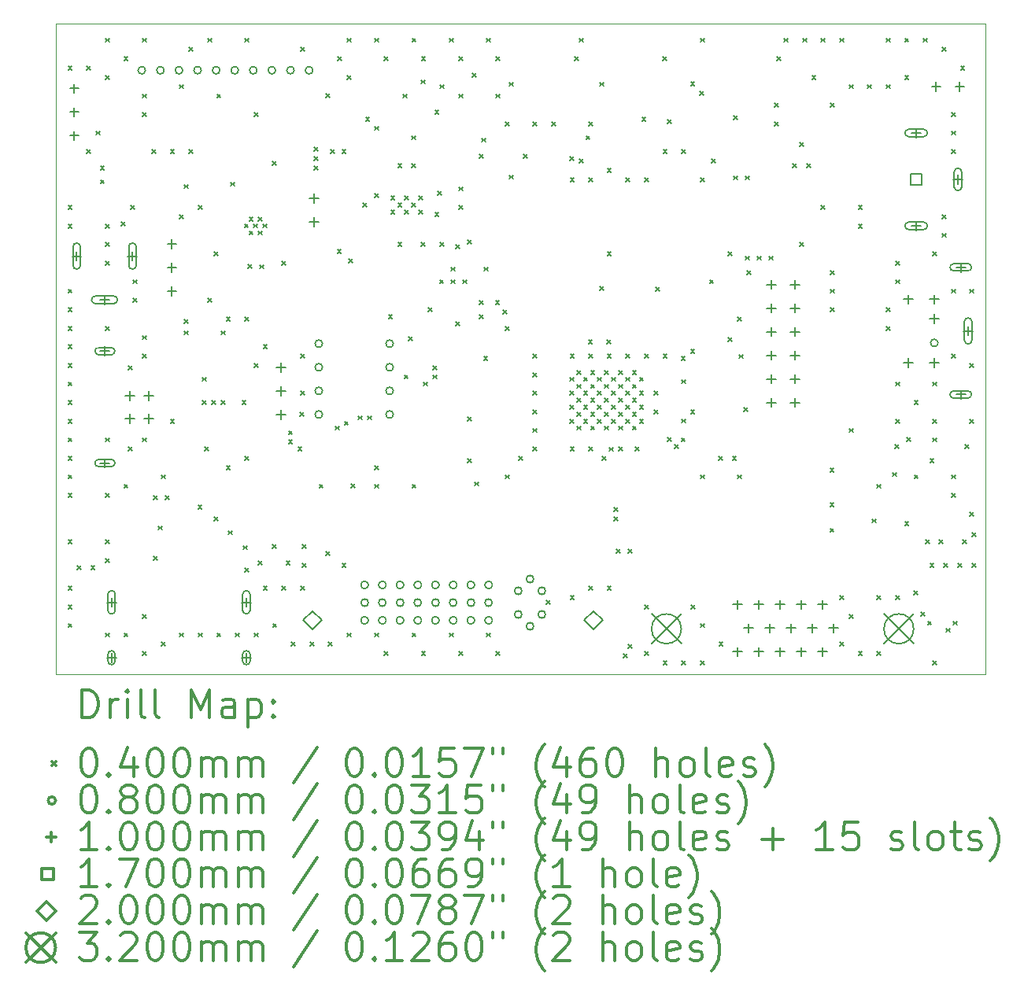
<source format=gbr>
%FSLAX45Y45*%
G04 Gerber Fmt 4.5, Leading zero omitted, Abs format (unit mm)*
G04 Created by KiCad (PCBNEW (5.1.12)-1) date 2021-12-05 12:24:00*
%MOMM*%
%LPD*%
G01*
G04 APERTURE LIST*
%TA.AperFunction,Profile*%
%ADD10C,0.050000*%
%TD*%
%ADD11C,0.200000*%
%ADD12C,0.300000*%
G04 APERTURE END LIST*
D10*
X14750000Y-7500000D02*
X14750000Y-14500000D01*
X4750000Y-7500000D02*
X14750000Y-7500000D01*
X4750000Y-14500000D02*
X4750000Y-7500000D01*
X14750000Y-14500000D02*
X4750000Y-14500000D01*
D11*
X4884405Y-7955833D02*
X4924405Y-7995833D01*
X4924405Y-7955833D02*
X4884405Y-7995833D01*
X4884405Y-9455833D02*
X4924405Y-9495833D01*
X4924405Y-9455833D02*
X4884405Y-9495833D01*
X4884405Y-9655833D02*
X4924405Y-9695833D01*
X4924405Y-9655833D02*
X4884405Y-9695833D01*
X4884405Y-10355833D02*
X4924405Y-10395833D01*
X4924405Y-10355833D02*
X4884405Y-10395833D01*
X4884405Y-10555833D02*
X4924405Y-10595833D01*
X4924405Y-10555833D02*
X4884405Y-10595833D01*
X4884405Y-10755833D02*
X4924405Y-10795833D01*
X4924405Y-10755833D02*
X4884405Y-10795833D01*
X4884405Y-10955833D02*
X4924405Y-10995833D01*
X4924405Y-10955833D02*
X4884405Y-10995833D01*
X4884405Y-11155833D02*
X4924405Y-11195833D01*
X4924405Y-11155833D02*
X4884405Y-11195833D01*
X4884405Y-11355833D02*
X4924405Y-11395833D01*
X4924405Y-11355833D02*
X4884405Y-11395833D01*
X4884405Y-11555833D02*
X4924405Y-11595833D01*
X4924405Y-11555833D02*
X4884405Y-11595833D01*
X4884405Y-11755833D02*
X4924405Y-11795833D01*
X4924405Y-11755833D02*
X4884405Y-11795833D01*
X4884405Y-11955833D02*
X4924405Y-11995833D01*
X4924405Y-11955833D02*
X4884405Y-11995833D01*
X4884405Y-12155833D02*
X4924405Y-12195833D01*
X4924405Y-12155833D02*
X4884405Y-12195833D01*
X4884405Y-12355833D02*
X4924405Y-12395833D01*
X4924405Y-12355833D02*
X4884405Y-12395833D01*
X4884405Y-12555833D02*
X4924405Y-12595833D01*
X4924405Y-12555833D02*
X4884405Y-12595833D01*
X4884405Y-13055833D02*
X4924405Y-13095833D01*
X4924405Y-13055833D02*
X4884405Y-13095833D01*
X4884405Y-13555833D02*
X4924405Y-13595833D01*
X4924405Y-13555833D02*
X4884405Y-13595833D01*
X4884405Y-13755833D02*
X4924405Y-13795833D01*
X4924405Y-13755833D02*
X4884405Y-13795833D01*
X4884405Y-13955833D02*
X4924405Y-13995833D01*
X4924405Y-13955833D02*
X4884405Y-13995833D01*
X4980000Y-13330000D02*
X5020000Y-13370000D01*
X5020000Y-13330000D02*
X4980000Y-13370000D01*
X5084405Y-7955833D02*
X5124405Y-7995833D01*
X5124405Y-7955833D02*
X5084405Y-7995833D01*
X5084405Y-8855833D02*
X5124405Y-8895833D01*
X5124405Y-8855833D02*
X5084405Y-8895833D01*
X5130000Y-13330000D02*
X5170000Y-13370000D01*
X5170000Y-13330000D02*
X5130000Y-13370000D01*
X5184405Y-8655833D02*
X5224405Y-8695833D01*
X5224405Y-8655833D02*
X5184405Y-8695833D01*
X5230000Y-9030000D02*
X5270000Y-9070000D01*
X5270000Y-9030000D02*
X5230000Y-9070000D01*
X5230000Y-9180000D02*
X5270000Y-9220000D01*
X5270000Y-9180000D02*
X5230000Y-9220000D01*
X5284405Y-7655833D02*
X5324405Y-7695833D01*
X5324405Y-7655833D02*
X5284405Y-7695833D01*
X5284405Y-8055833D02*
X5324405Y-8095833D01*
X5324405Y-8055833D02*
X5284405Y-8095833D01*
X5284405Y-9655833D02*
X5324405Y-9695833D01*
X5324405Y-9655833D02*
X5284405Y-9695833D01*
X5284405Y-9855833D02*
X5324405Y-9895833D01*
X5324405Y-9855833D02*
X5284405Y-9895833D01*
X5284405Y-10055833D02*
X5324405Y-10095833D01*
X5324405Y-10055833D02*
X5284405Y-10095833D01*
X5284405Y-10755833D02*
X5324405Y-10795833D01*
X5324405Y-10755833D02*
X5284405Y-10795833D01*
X5284405Y-11955833D02*
X5324405Y-11995833D01*
X5324405Y-11955833D02*
X5284405Y-11995833D01*
X5284405Y-12555833D02*
X5324405Y-12595833D01*
X5324405Y-12555833D02*
X5284405Y-12595833D01*
X5284405Y-13055833D02*
X5324405Y-13095833D01*
X5324405Y-13055833D02*
X5284405Y-13095833D01*
X5284405Y-13255833D02*
X5324405Y-13295833D01*
X5324405Y-13255833D02*
X5284405Y-13295833D01*
X5284405Y-14055833D02*
X5324405Y-14095833D01*
X5324405Y-14055833D02*
X5284405Y-14095833D01*
X5455000Y-9630000D02*
X5495000Y-9670000D01*
X5495000Y-9630000D02*
X5455000Y-9670000D01*
X5484405Y-7855833D02*
X5524405Y-7895833D01*
X5524405Y-7855833D02*
X5484405Y-7895833D01*
X5484405Y-12455833D02*
X5524405Y-12495833D01*
X5524405Y-12455833D02*
X5484405Y-12495833D01*
X5484405Y-14055833D02*
X5524405Y-14095833D01*
X5524405Y-14055833D02*
X5484405Y-14095833D01*
X5530000Y-11180000D02*
X5570000Y-11220000D01*
X5570000Y-11180000D02*
X5530000Y-11220000D01*
X5530000Y-12055001D02*
X5570000Y-12095001D01*
X5570000Y-12055001D02*
X5530000Y-12095001D01*
X5555000Y-9455000D02*
X5595000Y-9495000D01*
X5595000Y-9455000D02*
X5555000Y-9495000D01*
X5584405Y-10255833D02*
X5624405Y-10295833D01*
X5624405Y-10255833D02*
X5584405Y-10295833D01*
X5584405Y-10455833D02*
X5624405Y-10495833D01*
X5624405Y-10455833D02*
X5584405Y-10495833D01*
X5684405Y-7655833D02*
X5724405Y-7695833D01*
X5724405Y-7655833D02*
X5684405Y-7695833D01*
X5684405Y-8255833D02*
X5724405Y-8295833D01*
X5724405Y-8255833D02*
X5684405Y-8295833D01*
X5684405Y-8455833D02*
X5724405Y-8495833D01*
X5724405Y-8455833D02*
X5684405Y-8495833D01*
X5684405Y-10855833D02*
X5724405Y-10895833D01*
X5724405Y-10855833D02*
X5684405Y-10895833D01*
X5684405Y-11055833D02*
X5724405Y-11095833D01*
X5724405Y-11055833D02*
X5684405Y-11095833D01*
X5684405Y-11955833D02*
X5724405Y-11995833D01*
X5724405Y-11955833D02*
X5684405Y-11995833D01*
X5684405Y-13855833D02*
X5724405Y-13895833D01*
X5724405Y-13855833D02*
X5684405Y-13895833D01*
X5684405Y-14255833D02*
X5724405Y-14295833D01*
X5724405Y-14255833D02*
X5684405Y-14295833D01*
X5784405Y-8855833D02*
X5824405Y-8895833D01*
X5824405Y-8855833D02*
X5784405Y-8895833D01*
X5805000Y-12580000D02*
X5845000Y-12620000D01*
X5845000Y-12580000D02*
X5805000Y-12620000D01*
X5805000Y-13230000D02*
X5845000Y-13270000D01*
X5845000Y-13230000D02*
X5805000Y-13270000D01*
X5855000Y-12905000D02*
X5895000Y-12945000D01*
X5895000Y-12905000D02*
X5855000Y-12945000D01*
X5884405Y-12355833D02*
X5924405Y-12395833D01*
X5924405Y-12355833D02*
X5884405Y-12395833D01*
X5884405Y-14155833D02*
X5924405Y-14195833D01*
X5924405Y-14155833D02*
X5884405Y-14195833D01*
X5930000Y-12580000D02*
X5970000Y-12620000D01*
X5970000Y-12580000D02*
X5930000Y-12620000D01*
X5984405Y-8855833D02*
X6024405Y-8895833D01*
X6024405Y-8855833D02*
X5984405Y-8895833D01*
X5984405Y-11755833D02*
X6024405Y-11795833D01*
X6024405Y-11755833D02*
X5984405Y-11795833D01*
X6084405Y-8155833D02*
X6124405Y-8195833D01*
X6124405Y-8155833D02*
X6084405Y-8195833D01*
X6084405Y-9555833D02*
X6124405Y-9595833D01*
X6124405Y-9555833D02*
X6084405Y-9595833D01*
X6084405Y-14055833D02*
X6124405Y-14095833D01*
X6124405Y-14055833D02*
X6084405Y-14095833D01*
X6130000Y-9230000D02*
X6170000Y-9270000D01*
X6170000Y-9230000D02*
X6130000Y-9270000D01*
X6130000Y-10680000D02*
X6170000Y-10720000D01*
X6170000Y-10680000D02*
X6130000Y-10720000D01*
X6130000Y-10805000D02*
X6170000Y-10845000D01*
X6170000Y-10805000D02*
X6130000Y-10845000D01*
X6184405Y-7755833D02*
X6224405Y-7795833D01*
X6224405Y-7755833D02*
X6184405Y-7795833D01*
X6184405Y-8855833D02*
X6224405Y-8895833D01*
X6224405Y-8855833D02*
X6184405Y-8895833D01*
X6280000Y-12680000D02*
X6320000Y-12720000D01*
X6320000Y-12680000D02*
X6280000Y-12720000D01*
X6284405Y-9455833D02*
X6324405Y-9495833D01*
X6324405Y-9455833D02*
X6284405Y-9495833D01*
X6284405Y-14055833D02*
X6324405Y-14095833D01*
X6324405Y-14055833D02*
X6284405Y-14095833D01*
X6330000Y-11305000D02*
X6370000Y-11345000D01*
X6370000Y-11305000D02*
X6330000Y-11345000D01*
X6330000Y-11555000D02*
X6370000Y-11595000D01*
X6370000Y-11555000D02*
X6330000Y-11595000D01*
X6355000Y-12055000D02*
X6395000Y-12095000D01*
X6395000Y-12055000D02*
X6355000Y-12095000D01*
X6384405Y-7655833D02*
X6424405Y-7695833D01*
X6424405Y-7655833D02*
X6384405Y-7695833D01*
X6384405Y-10455833D02*
X6424405Y-10495833D01*
X6424405Y-10455833D02*
X6384405Y-10495833D01*
X6430000Y-11555000D02*
X6470000Y-11595000D01*
X6470000Y-11555000D02*
X6430000Y-11595000D01*
X6455000Y-9955000D02*
X6495000Y-9995000D01*
X6495000Y-9955000D02*
X6455000Y-9995000D01*
X6455000Y-12805000D02*
X6495000Y-12845000D01*
X6495000Y-12805000D02*
X6455000Y-12845000D01*
X6484405Y-8255833D02*
X6524405Y-8295833D01*
X6524405Y-8255833D02*
X6484405Y-8295833D01*
X6484405Y-14055833D02*
X6524405Y-14095833D01*
X6524405Y-14055833D02*
X6484405Y-14095833D01*
X6530000Y-10805000D02*
X6570000Y-10845000D01*
X6570000Y-10805000D02*
X6530000Y-10845000D01*
X6530000Y-11555000D02*
X6570000Y-11595000D01*
X6570000Y-11555000D02*
X6530000Y-11595000D01*
X6584405Y-10655833D02*
X6624405Y-10695833D01*
X6624405Y-10655833D02*
X6584405Y-10695833D01*
X6584405Y-12255833D02*
X6624405Y-12295833D01*
X6624405Y-12255833D02*
X6584405Y-12295833D01*
X6605000Y-12955000D02*
X6645000Y-12995000D01*
X6645000Y-12955000D02*
X6605000Y-12995000D01*
X6630000Y-9205000D02*
X6670000Y-9245000D01*
X6670000Y-9205000D02*
X6630000Y-9245000D01*
X6684405Y-14055833D02*
X6724405Y-14095833D01*
X6724405Y-14055833D02*
X6684405Y-14095833D01*
X6755000Y-11555000D02*
X6795000Y-11595000D01*
X6795000Y-11555000D02*
X6755000Y-11595000D01*
X6767500Y-13117500D02*
X6807500Y-13157500D01*
X6807500Y-13117500D02*
X6767500Y-13157500D01*
X6780000Y-9655000D02*
X6820000Y-9695000D01*
X6820000Y-9655000D02*
X6780000Y-9695000D01*
X6784405Y-7655833D02*
X6824405Y-7695833D01*
X6824405Y-7655833D02*
X6784405Y-7695833D01*
X6784405Y-10655833D02*
X6824405Y-10695833D01*
X6824405Y-10655833D02*
X6784405Y-10695833D01*
X6784405Y-12155833D02*
X6824405Y-12195833D01*
X6824405Y-12155833D02*
X6784405Y-12195833D01*
X6784405Y-13355833D02*
X6824405Y-13395833D01*
X6824405Y-13355833D02*
X6784405Y-13395833D01*
X6816500Y-10091500D02*
X6856500Y-10131500D01*
X6856500Y-10091500D02*
X6816500Y-10131500D01*
X6830000Y-9580000D02*
X6870000Y-9620000D01*
X6870000Y-9580000D02*
X6830000Y-9620000D01*
X6830000Y-9730000D02*
X6870000Y-9770000D01*
X6870000Y-9730000D02*
X6830000Y-9770000D01*
X6880000Y-9655000D02*
X6920000Y-9695000D01*
X6920000Y-9655000D02*
X6880000Y-9695000D01*
X6884405Y-8455833D02*
X6924405Y-8495833D01*
X6924405Y-8455833D02*
X6884405Y-8495833D01*
X6884405Y-11155833D02*
X6924405Y-11195833D01*
X6924405Y-11155833D02*
X6884405Y-11195833D01*
X6884405Y-14055833D02*
X6924405Y-14095833D01*
X6924405Y-14055833D02*
X6884405Y-14095833D01*
X6930000Y-9580000D02*
X6970000Y-9620000D01*
X6970000Y-9580000D02*
X6930000Y-9620000D01*
X6930000Y-9730000D02*
X6970000Y-9770000D01*
X6970000Y-9730000D02*
X6930000Y-9770000D01*
X6930000Y-13280000D02*
X6970000Y-13320000D01*
X6970000Y-13280000D02*
X6930000Y-13320000D01*
X6943500Y-10093500D02*
X6983500Y-10133500D01*
X6983500Y-10093500D02*
X6943500Y-10133500D01*
X6980000Y-9655000D02*
X7020000Y-9695000D01*
X7020000Y-9655000D02*
X6980000Y-9695000D01*
X6984405Y-10955833D02*
X7024405Y-10995833D01*
X7024405Y-10955833D02*
X6984405Y-10995833D01*
X6984405Y-13555833D02*
X7024405Y-13595833D01*
X7024405Y-13555833D02*
X6984405Y-13595833D01*
X7080000Y-8980000D02*
X7120000Y-9020000D01*
X7120000Y-8980000D02*
X7080000Y-9020000D01*
X7080000Y-13105000D02*
X7120000Y-13145000D01*
X7120000Y-13105000D02*
X7080000Y-13145000D01*
X7084405Y-13955833D02*
X7124405Y-13995833D01*
X7124405Y-13955833D02*
X7084405Y-13995833D01*
X7184405Y-10055833D02*
X7224405Y-10095833D01*
X7224405Y-10055833D02*
X7184405Y-10095833D01*
X7184405Y-13555833D02*
X7224405Y-13595833D01*
X7224405Y-13555833D02*
X7184405Y-13595833D01*
X7230000Y-13280000D02*
X7270000Y-13320000D01*
X7270000Y-13280000D02*
X7230000Y-13320000D01*
X7255000Y-11880000D02*
X7295000Y-11920000D01*
X7295000Y-11880000D02*
X7255000Y-11920000D01*
X7255000Y-11980000D02*
X7295000Y-12020000D01*
X7295000Y-11980000D02*
X7255000Y-12020000D01*
X7284405Y-14155833D02*
X7324405Y-14195833D01*
X7324405Y-14155833D02*
X7284405Y-14195833D01*
X7355000Y-12055000D02*
X7395000Y-12095000D01*
X7395000Y-12055000D02*
X7355000Y-12095000D01*
X7380000Y-11680000D02*
X7420000Y-11720000D01*
X7420000Y-11680000D02*
X7380000Y-11720000D01*
X7384405Y-7755833D02*
X7424405Y-7795833D01*
X7424405Y-7755833D02*
X7384405Y-7795833D01*
X7384405Y-11055833D02*
X7424405Y-11095833D01*
X7424405Y-11055833D02*
X7384405Y-11095833D01*
X7384405Y-11455833D02*
X7424405Y-11495833D01*
X7424405Y-11455833D02*
X7384405Y-11495833D01*
X7384405Y-13555833D02*
X7424405Y-13595833D01*
X7424405Y-13555833D02*
X7384405Y-13595833D01*
X7405000Y-13305000D02*
X7445000Y-13345000D01*
X7445000Y-13305000D02*
X7405000Y-13345000D01*
X7405000Y-13105000D02*
X7445000Y-13145000D01*
X7445000Y-13105000D02*
X7405000Y-13145000D01*
X7484405Y-14155833D02*
X7524405Y-14195833D01*
X7524405Y-14155833D02*
X7484405Y-14195833D01*
X7528735Y-9031265D02*
X7568735Y-9071265D01*
X7568735Y-9031265D02*
X7528735Y-9071265D01*
X7530000Y-8830000D02*
X7570000Y-8870000D01*
X7570000Y-8830000D02*
X7530000Y-8870000D01*
X7530000Y-8930000D02*
X7570000Y-8970000D01*
X7570000Y-8930000D02*
X7530000Y-8970000D01*
X7584405Y-12455833D02*
X7624405Y-12495833D01*
X7624405Y-12455833D02*
X7584405Y-12495833D01*
X7655000Y-8255000D02*
X7695000Y-8295000D01*
X7695000Y-8255000D02*
X7655000Y-8295000D01*
X7655000Y-13180000D02*
X7695000Y-13220000D01*
X7695000Y-13180000D02*
X7655000Y-13220000D01*
X7684405Y-14155833D02*
X7724405Y-14195833D01*
X7724405Y-14155833D02*
X7684405Y-14195833D01*
X7705001Y-8855000D02*
X7745001Y-8895000D01*
X7745001Y-8855000D02*
X7705001Y-8895000D01*
X7755000Y-11830000D02*
X7795000Y-11870000D01*
X7795000Y-11830000D02*
X7755000Y-11870000D01*
X7780000Y-9930000D02*
X7820000Y-9970000D01*
X7820000Y-9930000D02*
X7780000Y-9970000D01*
X7784405Y-7855833D02*
X7824405Y-7895833D01*
X7824405Y-7855833D02*
X7784405Y-7895833D01*
X7830000Y-8855000D02*
X7870000Y-8895000D01*
X7870000Y-8855000D02*
X7830000Y-8895000D01*
X7830000Y-13305000D02*
X7870000Y-13345000D01*
X7870000Y-13305000D02*
X7830000Y-13345000D01*
X7855000Y-11780000D02*
X7895000Y-11820000D01*
X7895000Y-11780000D02*
X7855000Y-11820000D01*
X7884405Y-7655833D02*
X7924405Y-7695833D01*
X7924405Y-7655833D02*
X7884405Y-7695833D01*
X7884405Y-8055833D02*
X7924405Y-8095833D01*
X7924405Y-8055833D02*
X7884405Y-8095833D01*
X7884405Y-14055833D02*
X7924405Y-14095833D01*
X7924405Y-14055833D02*
X7884405Y-14095833D01*
X7905000Y-10030000D02*
X7945000Y-10070000D01*
X7945000Y-10030000D02*
X7905000Y-10070000D01*
X7930000Y-12455000D02*
X7970000Y-12495000D01*
X7970000Y-12455000D02*
X7930000Y-12495000D01*
X8005000Y-11720000D02*
X8045000Y-11760000D01*
X8045000Y-11720000D02*
X8005000Y-11760000D01*
X8055000Y-9430000D02*
X8095000Y-9470000D01*
X8095000Y-9430000D02*
X8055000Y-9470000D01*
X8084405Y-8505000D02*
X8124405Y-8545000D01*
X8124405Y-8505000D02*
X8084405Y-8545000D01*
X8105000Y-11720000D02*
X8145000Y-11760000D01*
X8145000Y-11720000D02*
X8105000Y-11760000D01*
X8180000Y-8605000D02*
X8220000Y-8645000D01*
X8220000Y-8605000D02*
X8180000Y-8645000D01*
X8180000Y-9330000D02*
X8220000Y-9370000D01*
X8220000Y-9330000D02*
X8180000Y-9370000D01*
X8184405Y-7655833D02*
X8224405Y-7695833D01*
X8224405Y-7655833D02*
X8184405Y-7695833D01*
X8184405Y-12255833D02*
X8224405Y-12295833D01*
X8224405Y-12255833D02*
X8184405Y-12295833D01*
X8184405Y-12455833D02*
X8224405Y-12495833D01*
X8224405Y-12455833D02*
X8184405Y-12495833D01*
X8184405Y-14055833D02*
X8224405Y-14095833D01*
X8224405Y-14055833D02*
X8184405Y-14095833D01*
X8284405Y-7855833D02*
X8324405Y-7895833D01*
X8324405Y-7855833D02*
X8284405Y-7895833D01*
X8284405Y-14255833D02*
X8324405Y-14295833D01*
X8324405Y-14255833D02*
X8284405Y-14295833D01*
X8330000Y-10630000D02*
X8370000Y-10670000D01*
X8370000Y-10630000D02*
X8330000Y-10670000D01*
X8355000Y-9355000D02*
X8395000Y-9395000D01*
X8395000Y-9355000D02*
X8355000Y-9395000D01*
X8355000Y-9505000D02*
X8395000Y-9545000D01*
X8395000Y-9505000D02*
X8355000Y-9545000D01*
X8430000Y-9005000D02*
X8470000Y-9045000D01*
X8470000Y-9005000D02*
X8430000Y-9045000D01*
X8430000Y-9430000D02*
X8470000Y-9470000D01*
X8470000Y-9430000D02*
X8430000Y-9470000D01*
X8430000Y-9855000D02*
X8470000Y-9895000D01*
X8470000Y-9855000D02*
X8430000Y-9895000D01*
X8484405Y-8255833D02*
X8524405Y-8295833D01*
X8524405Y-8255833D02*
X8484405Y-8295833D01*
X8500000Y-11280000D02*
X8540000Y-11320000D01*
X8540000Y-11280000D02*
X8500000Y-11320000D01*
X8505000Y-9355000D02*
X8545000Y-9395000D01*
X8545000Y-9355000D02*
X8505000Y-9395000D01*
X8505000Y-9505000D02*
X8545000Y-9545000D01*
X8545000Y-9505000D02*
X8505000Y-9545000D01*
X8542500Y-10867500D02*
X8582500Y-10907500D01*
X8582500Y-10867500D02*
X8542500Y-10907500D01*
X8580000Y-8705000D02*
X8620000Y-8745000D01*
X8620000Y-8705000D02*
X8580000Y-8745000D01*
X8580000Y-9005000D02*
X8620000Y-9045000D01*
X8620000Y-9005000D02*
X8580000Y-9045000D01*
X8580000Y-9430000D02*
X8620000Y-9470000D01*
X8620000Y-9430000D02*
X8580000Y-9470000D01*
X8584405Y-7655833D02*
X8624405Y-7695833D01*
X8624405Y-7655833D02*
X8584405Y-7695833D01*
X8584405Y-12455833D02*
X8624405Y-12495833D01*
X8624405Y-12455833D02*
X8584405Y-12495833D01*
X8584405Y-14055833D02*
X8624405Y-14095833D01*
X8624405Y-14055833D02*
X8584405Y-14095833D01*
X8655000Y-9355000D02*
X8695000Y-9395000D01*
X8695000Y-9355000D02*
X8655000Y-9395000D01*
X8655000Y-9505000D02*
X8695000Y-9545000D01*
X8695000Y-9505000D02*
X8655000Y-9545000D01*
X8680000Y-8105000D02*
X8720000Y-8145000D01*
X8720000Y-8105000D02*
X8680000Y-8145000D01*
X8680000Y-9855000D02*
X8720000Y-9895000D01*
X8720000Y-9855000D02*
X8680000Y-9895000D01*
X8684405Y-7855833D02*
X8724405Y-7895833D01*
X8724405Y-7855833D02*
X8684405Y-7895833D01*
X8684405Y-14255833D02*
X8724405Y-14295833D01*
X8724405Y-14255833D02*
X8684405Y-14295833D01*
X8705000Y-11355000D02*
X8745000Y-11395000D01*
X8745000Y-11355000D02*
X8705000Y-11395000D01*
X8755000Y-10555000D02*
X8795000Y-10595000D01*
X8795000Y-10555000D02*
X8755000Y-10595000D01*
X8805000Y-11180000D02*
X8845000Y-11220000D01*
X8845000Y-11180000D02*
X8805000Y-11220000D01*
X8805000Y-11280000D02*
X8845000Y-11320000D01*
X8845000Y-11280000D02*
X8805000Y-11320000D01*
X8830000Y-8430000D02*
X8870000Y-8470000D01*
X8870000Y-8430000D02*
X8830000Y-8470000D01*
X8830000Y-9530000D02*
X8870000Y-9570000D01*
X8870000Y-9530000D02*
X8830000Y-9570000D01*
X8856266Y-9303734D02*
X8896266Y-9343734D01*
X8896266Y-9303734D02*
X8856266Y-9343734D01*
X8880000Y-10255000D02*
X8920000Y-10295000D01*
X8920000Y-10255000D02*
X8880000Y-10295000D01*
X8884405Y-8155833D02*
X8924405Y-8195833D01*
X8924405Y-8155833D02*
X8884405Y-8195833D01*
X8884405Y-9855833D02*
X8924405Y-9895833D01*
X8924405Y-9855833D02*
X8884405Y-9895833D01*
X8984405Y-7655833D02*
X9024405Y-7695833D01*
X9024405Y-7655833D02*
X8984405Y-7695833D01*
X8984405Y-14055833D02*
X9024405Y-14095833D01*
X9024405Y-14055833D02*
X8984405Y-14095833D01*
X9000000Y-10120000D02*
X9040000Y-10160000D01*
X9040000Y-10120000D02*
X9000000Y-10160000D01*
X9005002Y-10255000D02*
X9045002Y-10295000D01*
X9045002Y-10255000D02*
X9005002Y-10295000D01*
X9052500Y-10705000D02*
X9092500Y-10745000D01*
X9092500Y-10705000D02*
X9052500Y-10745000D01*
X9055000Y-9880000D02*
X9095000Y-9920000D01*
X9095000Y-9880000D02*
X9055000Y-9920000D01*
X9084405Y-7855833D02*
X9124405Y-7895833D01*
X9124405Y-7855833D02*
X9084405Y-7895833D01*
X9084405Y-8255833D02*
X9124405Y-8295833D01*
X9124405Y-8255833D02*
X9084405Y-8295833D01*
X9084405Y-9255833D02*
X9124405Y-9295833D01*
X9124405Y-9255833D02*
X9084405Y-9295833D01*
X9084405Y-9455833D02*
X9124405Y-9495833D01*
X9124405Y-9455833D02*
X9084405Y-9495833D01*
X9084405Y-14255833D02*
X9124405Y-14295833D01*
X9124405Y-14255833D02*
X9084405Y-14295833D01*
X9130000Y-10255000D02*
X9170000Y-10295000D01*
X9170000Y-10255000D02*
X9130000Y-10295000D01*
X9180000Y-9830000D02*
X9220000Y-9870000D01*
X9220000Y-9830000D02*
X9180000Y-9870000D01*
X9180000Y-11730000D02*
X9220000Y-11770000D01*
X9220000Y-11730000D02*
X9180000Y-11770000D01*
X9180000Y-12180000D02*
X9220000Y-12220000D01*
X9220000Y-12180000D02*
X9180000Y-12220000D01*
X9230000Y-8030000D02*
X9270000Y-8070000D01*
X9270000Y-8030000D02*
X9230000Y-8070000D01*
X9230000Y-8030000D02*
X9270000Y-8070000D01*
X9270000Y-8030000D02*
X9230000Y-8070000D01*
X9230000Y-8030000D02*
X9270000Y-8070000D01*
X9270000Y-8030000D02*
X9230000Y-8070000D01*
X9255000Y-12430000D02*
X9295000Y-12470000D01*
X9295000Y-12430000D02*
X9255000Y-12470000D01*
X9305000Y-8905000D02*
X9345000Y-8945000D01*
X9345000Y-8905000D02*
X9305000Y-8945000D01*
X9305000Y-10480000D02*
X9345000Y-10520000D01*
X9345000Y-10480000D02*
X9305000Y-10520000D01*
X9305000Y-10630000D02*
X9345000Y-10670000D01*
X9345000Y-10630000D02*
X9305000Y-10670000D01*
X9330000Y-8730000D02*
X9370000Y-8770000D01*
X9370000Y-8730000D02*
X9330000Y-8770000D01*
X9355000Y-11080000D02*
X9395000Y-11120000D01*
X9395000Y-11080000D02*
X9355000Y-11120000D01*
X9360000Y-10120000D02*
X9400000Y-10160000D01*
X9400000Y-10120000D02*
X9360000Y-10160000D01*
X9384405Y-7655833D02*
X9424405Y-7695833D01*
X9424405Y-7655833D02*
X9384405Y-7695833D01*
X9384405Y-14055833D02*
X9424405Y-14095833D01*
X9424405Y-14055833D02*
X9384405Y-14095833D01*
X9481265Y-10478735D02*
X9521265Y-10518735D01*
X9521265Y-10478735D02*
X9481265Y-10518735D01*
X9484405Y-7855833D02*
X9524405Y-7895833D01*
X9524405Y-7855833D02*
X9484405Y-7895833D01*
X9484405Y-8255833D02*
X9524405Y-8295833D01*
X9524405Y-8255833D02*
X9484405Y-8295833D01*
X9484405Y-14255833D02*
X9524405Y-14295833D01*
X9524405Y-14255833D02*
X9484405Y-14295833D01*
X9560000Y-10580000D02*
X9600000Y-10620000D01*
X9600000Y-10580000D02*
X9560000Y-10620000D01*
X9584405Y-8555833D02*
X9624405Y-8595833D01*
X9624405Y-8555833D02*
X9584405Y-8595833D01*
X9584405Y-10755833D02*
X9624405Y-10795833D01*
X9624405Y-10755833D02*
X9584405Y-10795833D01*
X9584405Y-12355833D02*
X9624405Y-12395833D01*
X9624405Y-12355833D02*
X9584405Y-12395833D01*
X9630000Y-8130000D02*
X9670000Y-8170000D01*
X9670000Y-8130000D02*
X9630000Y-8170000D01*
X9630000Y-9130001D02*
X9670000Y-9170001D01*
X9670000Y-9130001D02*
X9630000Y-9170001D01*
X9730000Y-12155000D02*
X9770000Y-12195000D01*
X9770000Y-12155000D02*
X9730000Y-12195000D01*
X9780000Y-8905000D02*
X9820000Y-8945000D01*
X9820000Y-8905000D02*
X9780000Y-8945000D01*
X9884405Y-8555833D02*
X9924405Y-8595833D01*
X9924405Y-8555833D02*
X9884405Y-8595833D01*
X9884405Y-11055833D02*
X9924405Y-11095833D01*
X9924405Y-11055833D02*
X9884405Y-11095833D01*
X9884405Y-11255833D02*
X9924405Y-11295833D01*
X9924405Y-11255833D02*
X9884405Y-11295833D01*
X9884405Y-11455833D02*
X9924405Y-11495833D01*
X9924405Y-11455833D02*
X9884405Y-11495833D01*
X9884405Y-11655833D02*
X9924405Y-11695833D01*
X9924405Y-11655833D02*
X9884405Y-11695833D01*
X9884405Y-11855833D02*
X9924405Y-11895833D01*
X9924405Y-11855833D02*
X9884405Y-11895833D01*
X9884405Y-12055833D02*
X9924405Y-12095833D01*
X9924405Y-12055833D02*
X9884405Y-12095833D01*
X10030000Y-13705000D02*
X10070000Y-13745000D01*
X10070000Y-13705000D02*
X10030000Y-13745000D01*
X10084405Y-8555833D02*
X10124405Y-8595833D01*
X10124405Y-8555833D02*
X10084405Y-8595833D01*
X10280000Y-8930000D02*
X10320000Y-8970000D01*
X10320000Y-8930000D02*
X10280000Y-8970000D01*
X10280000Y-11305000D02*
X10320000Y-11345000D01*
X10320000Y-11305000D02*
X10280000Y-11345000D01*
X10280000Y-11455000D02*
X10320000Y-11495000D01*
X10320000Y-11455000D02*
X10280000Y-11495000D01*
X10280000Y-11605000D02*
X10320000Y-11645000D01*
X10320000Y-11605000D02*
X10280000Y-11645000D01*
X10280000Y-11755000D02*
X10320000Y-11795000D01*
X10320000Y-11755000D02*
X10280000Y-11795000D01*
X10284405Y-9155833D02*
X10324405Y-9195833D01*
X10324405Y-9155833D02*
X10284405Y-9195833D01*
X10284405Y-11055833D02*
X10324405Y-11095833D01*
X10324405Y-11055833D02*
X10284405Y-11095833D01*
X10284405Y-12055833D02*
X10324405Y-12095833D01*
X10324405Y-12055833D02*
X10284405Y-12095833D01*
X10284405Y-13655833D02*
X10324405Y-13695833D01*
X10324405Y-13655833D02*
X10284405Y-13695833D01*
X10330000Y-7855000D02*
X10370000Y-7895000D01*
X10370000Y-7855000D02*
X10330000Y-7895000D01*
X10355000Y-11230000D02*
X10395000Y-11270000D01*
X10395000Y-11230000D02*
X10355000Y-11270000D01*
X10355000Y-11380000D02*
X10395000Y-11420000D01*
X10395000Y-11380000D02*
X10355000Y-11420000D01*
X10355000Y-11530000D02*
X10395000Y-11570000D01*
X10395000Y-11530000D02*
X10355000Y-11570000D01*
X10355000Y-11680000D02*
X10395000Y-11720000D01*
X10395000Y-11680000D02*
X10355000Y-11720000D01*
X10355000Y-11830000D02*
X10395000Y-11870000D01*
X10395000Y-11830000D02*
X10355000Y-11870000D01*
X10380000Y-8955000D02*
X10420000Y-8995000D01*
X10420000Y-8955000D02*
X10380000Y-8995000D01*
X10384405Y-7655833D02*
X10424405Y-7695833D01*
X10424405Y-7655833D02*
X10384405Y-7695833D01*
X10430000Y-11305000D02*
X10470000Y-11345000D01*
X10470000Y-11305000D02*
X10430000Y-11345000D01*
X10430000Y-11455000D02*
X10470000Y-11495000D01*
X10470000Y-11455000D02*
X10430000Y-11495000D01*
X10430000Y-11605000D02*
X10470000Y-11645000D01*
X10470000Y-11605000D02*
X10430000Y-11645000D01*
X10430000Y-11755000D02*
X10470000Y-11795000D01*
X10470000Y-11755000D02*
X10430000Y-11795000D01*
X10455000Y-8705000D02*
X10495000Y-8745000D01*
X10495000Y-8705000D02*
X10455000Y-8745000D01*
X10480000Y-10905000D02*
X10520000Y-10945000D01*
X10520000Y-10905000D02*
X10480000Y-10945000D01*
X10484405Y-8555833D02*
X10524405Y-8595833D01*
X10524405Y-8555833D02*
X10484405Y-8595833D01*
X10484405Y-9155833D02*
X10524405Y-9195833D01*
X10524405Y-9155833D02*
X10484405Y-9195833D01*
X10484405Y-11055833D02*
X10524405Y-11095833D01*
X10524405Y-11055833D02*
X10484405Y-11095833D01*
X10484405Y-12055833D02*
X10524405Y-12095833D01*
X10524405Y-12055833D02*
X10484405Y-12095833D01*
X10484405Y-13555833D02*
X10524405Y-13595833D01*
X10524405Y-13555833D02*
X10484405Y-13595833D01*
X10505000Y-11230000D02*
X10545000Y-11270000D01*
X10545000Y-11230000D02*
X10505000Y-11270000D01*
X10505000Y-11380000D02*
X10545000Y-11420000D01*
X10545000Y-11380000D02*
X10505000Y-11420000D01*
X10505000Y-11530000D02*
X10545000Y-11570000D01*
X10545000Y-11530000D02*
X10505000Y-11570000D01*
X10505000Y-11680000D02*
X10545000Y-11720000D01*
X10545000Y-11680000D02*
X10505000Y-11720000D01*
X10505000Y-11830000D02*
X10545000Y-11870000D01*
X10545000Y-11830000D02*
X10505000Y-11870000D01*
X10580000Y-11305000D02*
X10620000Y-11345000D01*
X10620000Y-11305000D02*
X10580000Y-11345000D01*
X10580000Y-11455000D02*
X10620000Y-11495000D01*
X10620000Y-11455000D02*
X10580000Y-11495000D01*
X10580000Y-11605000D02*
X10620000Y-11645000D01*
X10620000Y-11605000D02*
X10580000Y-11645000D01*
X10580000Y-11755000D02*
X10620000Y-11795000D01*
X10620000Y-11755000D02*
X10580000Y-11795000D01*
X10605000Y-8129999D02*
X10645000Y-8169999D01*
X10645000Y-8129999D02*
X10605000Y-8169999D01*
X10605000Y-10330000D02*
X10645000Y-10370000D01*
X10645000Y-10330000D02*
X10605000Y-10370000D01*
X10630000Y-12155000D02*
X10670000Y-12195000D01*
X10670000Y-12155000D02*
X10630000Y-12195000D01*
X10655000Y-11230000D02*
X10695000Y-11270000D01*
X10695000Y-11230000D02*
X10655000Y-11270000D01*
X10655000Y-11380000D02*
X10695000Y-11420000D01*
X10695000Y-11380000D02*
X10655000Y-11420000D01*
X10655000Y-11530000D02*
X10695000Y-11570000D01*
X10695000Y-11530000D02*
X10655000Y-11570000D01*
X10655000Y-11680000D02*
X10695000Y-11720000D01*
X10695000Y-11680000D02*
X10655000Y-11720000D01*
X10655000Y-11830000D02*
X10695000Y-11870000D01*
X10695000Y-11830000D02*
X10655000Y-11870000D01*
X10680000Y-10905000D02*
X10720000Y-10945000D01*
X10720000Y-10905000D02*
X10680000Y-10945000D01*
X10684405Y-9055833D02*
X10724405Y-9095833D01*
X10724405Y-9055833D02*
X10684405Y-9095833D01*
X10684405Y-9955833D02*
X10724405Y-9995833D01*
X10724405Y-9955833D02*
X10684405Y-9995833D01*
X10684405Y-11055833D02*
X10724405Y-11095833D01*
X10724405Y-11055833D02*
X10684405Y-11095833D01*
X10684405Y-13555833D02*
X10724405Y-13595833D01*
X10724405Y-13555833D02*
X10684405Y-13595833D01*
X10705000Y-12057500D02*
X10745000Y-12097500D01*
X10745000Y-12057500D02*
X10705000Y-12097500D01*
X10730000Y-11305000D02*
X10770000Y-11345000D01*
X10770000Y-11305000D02*
X10730000Y-11345000D01*
X10730000Y-11455000D02*
X10770000Y-11495000D01*
X10770000Y-11455000D02*
X10730000Y-11495000D01*
X10730000Y-11605000D02*
X10770000Y-11645000D01*
X10770000Y-11605000D02*
X10730000Y-11645000D01*
X10730000Y-11755000D02*
X10770000Y-11795000D01*
X10770000Y-11755000D02*
X10730000Y-11795000D01*
X10755000Y-12705000D02*
X10795000Y-12745000D01*
X10795000Y-12705000D02*
X10755000Y-12745000D01*
X10755000Y-12805000D02*
X10795000Y-12845000D01*
X10795000Y-12805000D02*
X10755000Y-12845000D01*
X10780000Y-13155000D02*
X10820000Y-13195000D01*
X10820000Y-13155000D02*
X10780000Y-13195000D01*
X10805000Y-11230000D02*
X10845000Y-11270000D01*
X10845000Y-11230000D02*
X10805000Y-11270000D01*
X10805000Y-11380000D02*
X10845000Y-11420000D01*
X10845000Y-11380000D02*
X10805000Y-11420000D01*
X10805000Y-11530000D02*
X10845000Y-11570000D01*
X10845000Y-11530000D02*
X10805000Y-11570000D01*
X10805000Y-11680000D02*
X10845000Y-11720000D01*
X10845000Y-11680000D02*
X10805000Y-11720000D01*
X10805000Y-11830000D02*
X10845000Y-11870000D01*
X10845000Y-11830000D02*
X10805000Y-11870000D01*
X10805000Y-12055000D02*
X10845000Y-12095000D01*
X10845000Y-12055000D02*
X10805000Y-12095000D01*
X10855000Y-14280000D02*
X10895000Y-14320000D01*
X10895000Y-14280000D02*
X10855000Y-14320000D01*
X10880000Y-11305000D02*
X10920000Y-11345000D01*
X10920000Y-11305000D02*
X10880000Y-11345000D01*
X10880000Y-11455000D02*
X10920000Y-11495000D01*
X10920000Y-11455000D02*
X10880000Y-11495000D01*
X10880000Y-11605000D02*
X10920000Y-11645000D01*
X10920000Y-11605000D02*
X10880000Y-11645000D01*
X10880000Y-11755000D02*
X10920000Y-11795000D01*
X10920000Y-11755000D02*
X10880000Y-11795000D01*
X10884405Y-9155833D02*
X10924405Y-9195833D01*
X10924405Y-9155833D02*
X10884405Y-9195833D01*
X10884405Y-11055833D02*
X10924405Y-11095833D01*
X10924405Y-11055833D02*
X10884405Y-11095833D01*
X10905000Y-13155000D02*
X10945000Y-13195000D01*
X10945000Y-13155000D02*
X10905000Y-13195000D01*
X10905000Y-14180000D02*
X10945000Y-14220000D01*
X10945000Y-14180000D02*
X10905000Y-14220000D01*
X10955000Y-11230000D02*
X10995000Y-11270000D01*
X10995000Y-11230000D02*
X10955000Y-11270000D01*
X10955000Y-11380000D02*
X10995000Y-11420000D01*
X10995000Y-11380000D02*
X10955000Y-11420000D01*
X10955000Y-11530000D02*
X10995000Y-11570000D01*
X10995000Y-11530000D02*
X10955000Y-11570000D01*
X10955000Y-11680000D02*
X10995000Y-11720000D01*
X10995000Y-11680000D02*
X10955000Y-11720000D01*
X10955000Y-11830000D02*
X10995000Y-11870000D01*
X10995000Y-11830000D02*
X10955000Y-11870000D01*
X10984405Y-12055833D02*
X11024405Y-12095833D01*
X11024405Y-12055833D02*
X10984405Y-12095833D01*
X11030000Y-11305000D02*
X11070000Y-11345000D01*
X11070000Y-11305000D02*
X11030000Y-11345000D01*
X11030000Y-11455000D02*
X11070000Y-11495000D01*
X11070000Y-11455000D02*
X11030000Y-11495000D01*
X11030000Y-11605000D02*
X11070000Y-11645000D01*
X11070000Y-11605000D02*
X11030000Y-11645000D01*
X11030000Y-11755000D02*
X11070000Y-11795000D01*
X11070000Y-11755000D02*
X11030000Y-11795000D01*
X11055000Y-8505000D02*
X11095000Y-8545000D01*
X11095000Y-8505000D02*
X11055000Y-8545000D01*
X11084405Y-9155833D02*
X11124405Y-9195833D01*
X11124405Y-9155833D02*
X11084405Y-9195833D01*
X11084405Y-11055833D02*
X11124405Y-11095833D01*
X11124405Y-11055833D02*
X11084405Y-11095833D01*
X11084405Y-13755833D02*
X11124405Y-13795833D01*
X11124405Y-13755833D02*
X11084405Y-13795833D01*
X11084405Y-14255833D02*
X11124405Y-14295833D01*
X11124405Y-14255833D02*
X11084405Y-14295833D01*
X11184405Y-11455833D02*
X11224405Y-11495833D01*
X11224405Y-11455833D02*
X11184405Y-11495833D01*
X11184405Y-11655833D02*
X11224405Y-11695833D01*
X11224405Y-11655833D02*
X11184405Y-11695833D01*
X11206265Y-10332499D02*
X11246265Y-10372499D01*
X11246265Y-10332499D02*
X11206265Y-10372499D01*
X11280000Y-7855000D02*
X11320000Y-7895000D01*
X11320000Y-7855000D02*
X11280000Y-7895000D01*
X11284405Y-8855833D02*
X11324405Y-8895833D01*
X11324405Y-8855833D02*
X11284405Y-8895833D01*
X11284405Y-11055833D02*
X11324405Y-11095833D01*
X11324405Y-11055833D02*
X11284405Y-11095833D01*
X11284405Y-14355833D02*
X11324405Y-14395833D01*
X11324405Y-14355833D02*
X11284405Y-14395833D01*
X11330000Y-8530000D02*
X11370000Y-8570000D01*
X11370000Y-8530000D02*
X11330000Y-8570000D01*
X11330000Y-11955000D02*
X11370000Y-11995000D01*
X11370000Y-11955000D02*
X11330000Y-11995000D01*
X11405000Y-12030000D02*
X11445000Y-12070000D01*
X11445000Y-12030000D02*
X11405000Y-12070000D01*
X11478734Y-11956266D02*
X11518734Y-11996266D01*
X11518734Y-11956266D02*
X11478734Y-11996266D01*
X11480000Y-11080000D02*
X11520000Y-11120000D01*
X11520000Y-11080000D02*
X11480000Y-11120000D01*
X11481265Y-11331265D02*
X11521265Y-11371265D01*
X11521265Y-11331265D02*
X11481265Y-11371265D01*
X11481265Y-11753735D02*
X11521265Y-11793735D01*
X11521265Y-11753735D02*
X11481265Y-11793735D01*
X11484405Y-8855833D02*
X11524405Y-8895833D01*
X11524405Y-8855833D02*
X11484405Y-8895833D01*
X11484405Y-14355833D02*
X11524405Y-14395833D01*
X11524405Y-14355833D02*
X11484405Y-14395833D01*
X11580000Y-8123556D02*
X11620000Y-8163556D01*
X11620000Y-8123556D02*
X11580000Y-8163556D01*
X11580000Y-11005000D02*
X11620000Y-11045000D01*
X11620000Y-11005000D02*
X11580000Y-11045000D01*
X11580000Y-11655000D02*
X11620000Y-11695000D01*
X11620000Y-11655000D02*
X11580000Y-11695000D01*
X11584405Y-13755833D02*
X11624405Y-13795833D01*
X11624405Y-13755833D02*
X11584405Y-13795833D01*
X11680001Y-8230001D02*
X11720001Y-8270001D01*
X11720001Y-8230001D02*
X11680001Y-8270001D01*
X11684405Y-7655833D02*
X11724405Y-7695833D01*
X11724405Y-7655833D02*
X11684405Y-7695833D01*
X11684405Y-9155833D02*
X11724405Y-9195833D01*
X11724405Y-9155833D02*
X11684405Y-9195833D01*
X11684405Y-12355833D02*
X11724405Y-12395833D01*
X11724405Y-12355833D02*
X11684405Y-12395833D01*
X11684405Y-13955833D02*
X11724405Y-13995833D01*
X11724405Y-13955833D02*
X11684405Y-13995833D01*
X11684405Y-14355833D02*
X11724405Y-14395833D01*
X11724405Y-14355833D02*
X11684405Y-14395833D01*
X11784405Y-10255833D02*
X11824405Y-10295833D01*
X11824405Y-10255833D02*
X11784405Y-10295833D01*
X11805000Y-8955000D02*
X11845000Y-8995000D01*
X11845000Y-8955000D02*
X11805000Y-8995000D01*
X11880000Y-12155000D02*
X11920000Y-12195000D01*
X11920000Y-12155000D02*
X11880000Y-12195000D01*
X11884405Y-14155833D02*
X11924405Y-14195833D01*
X11924405Y-14155833D02*
X11884405Y-14195833D01*
X11980000Y-10880000D02*
X12020000Y-10920000D01*
X12020000Y-10880000D02*
X11980000Y-10920000D01*
X11984405Y-9955833D02*
X12024405Y-9995833D01*
X12024405Y-9955833D02*
X11984405Y-9995833D01*
X12030000Y-12155000D02*
X12070000Y-12195000D01*
X12070000Y-12155000D02*
X12030000Y-12195000D01*
X12042500Y-8492500D02*
X12082500Y-8532500D01*
X12082500Y-8492500D02*
X12042500Y-8532500D01*
X12045000Y-9136700D02*
X12085000Y-9176700D01*
X12085000Y-9136700D02*
X12045000Y-9176700D01*
X12084405Y-10655833D02*
X12124405Y-10695833D01*
X12124405Y-10655833D02*
X12084405Y-10695833D01*
X12084405Y-12355833D02*
X12124405Y-12395833D01*
X12124405Y-12355833D02*
X12084405Y-12395833D01*
X12100000Y-11060000D02*
X12140000Y-11100000D01*
X12140000Y-11060000D02*
X12100000Y-11100000D01*
X12155000Y-11630000D02*
X12195000Y-11670000D01*
X12195000Y-11630000D02*
X12155000Y-11670000D01*
X12172000Y-9136700D02*
X12212000Y-9176700D01*
X12212000Y-9136700D02*
X12172000Y-9176700D01*
X12172000Y-10000298D02*
X12212000Y-10040298D01*
X12212000Y-10000298D02*
X12172000Y-10040298D01*
X12184405Y-10155833D02*
X12224405Y-10195833D01*
X12224405Y-10155833D02*
X12184405Y-10195833D01*
X12299000Y-10000300D02*
X12339000Y-10040300D01*
X12339000Y-10000300D02*
X12299000Y-10040300D01*
X12426000Y-10000300D02*
X12466000Y-10040300D01*
X12466000Y-10000300D02*
X12426000Y-10040300D01*
X12480000Y-8555000D02*
X12520000Y-8595000D01*
X12520000Y-8555000D02*
X12480000Y-8595000D01*
X12484405Y-8355833D02*
X12524405Y-8395833D01*
X12524405Y-8355833D02*
X12484405Y-8395833D01*
X12505000Y-7855000D02*
X12545000Y-7895000D01*
X12545000Y-7855000D02*
X12505000Y-7895000D01*
X12584405Y-7655833D02*
X12624405Y-7695833D01*
X12624405Y-7655833D02*
X12584405Y-7695833D01*
X12680000Y-9005000D02*
X12720000Y-9045000D01*
X12720000Y-9005000D02*
X12680000Y-9045000D01*
X12755000Y-8780000D02*
X12795000Y-8820000D01*
X12795000Y-8780000D02*
X12755000Y-8820000D01*
X12755000Y-9855000D02*
X12795000Y-9895000D01*
X12795000Y-9855000D02*
X12755000Y-9895000D01*
X12784405Y-7655833D02*
X12824405Y-7695833D01*
X12824405Y-7655833D02*
X12784405Y-7695833D01*
X12830000Y-9005000D02*
X12870000Y-9045000D01*
X12870000Y-9005000D02*
X12830000Y-9045000D01*
X12884405Y-8055833D02*
X12924405Y-8095833D01*
X12924405Y-8055833D02*
X12884405Y-8095833D01*
X12984405Y-7655833D02*
X13024405Y-7695833D01*
X13024405Y-7655833D02*
X12984405Y-7695833D01*
X12984405Y-9455833D02*
X13024405Y-9495833D01*
X13024405Y-9455833D02*
X12984405Y-9495833D01*
X13080000Y-12280000D02*
X13120000Y-12320000D01*
X13120000Y-12280000D02*
X13080000Y-12320000D01*
X13080000Y-12655000D02*
X13120000Y-12695000D01*
X13120000Y-12655000D02*
X13080000Y-12695000D01*
X13080000Y-12930000D02*
X13120000Y-12970000D01*
X13120000Y-12930000D02*
X13080000Y-12970000D01*
X13084405Y-8355833D02*
X13124405Y-8395833D01*
X13124405Y-8355833D02*
X13084405Y-8395833D01*
X13084405Y-10155833D02*
X13124405Y-10195833D01*
X13124405Y-10155833D02*
X13084405Y-10195833D01*
X13084405Y-10355833D02*
X13124405Y-10395833D01*
X13124405Y-10355833D02*
X13084405Y-10395833D01*
X13084405Y-10555833D02*
X13124405Y-10595833D01*
X13124405Y-10555833D02*
X13084405Y-10595833D01*
X13184405Y-7655833D02*
X13224405Y-7695833D01*
X13224405Y-7655833D02*
X13184405Y-7695833D01*
X13184405Y-13655833D02*
X13224405Y-13695833D01*
X13224405Y-13655833D02*
X13184405Y-13695833D01*
X13184405Y-14155833D02*
X13224405Y-14195833D01*
X13224405Y-14155833D02*
X13184405Y-14195833D01*
X13284405Y-8155833D02*
X13324405Y-8195833D01*
X13324405Y-8155833D02*
X13284405Y-8195833D01*
X13284405Y-11855833D02*
X13324405Y-11895833D01*
X13324405Y-11855833D02*
X13284405Y-11895833D01*
X13284405Y-13855833D02*
X13324405Y-13895833D01*
X13324405Y-13855833D02*
X13284405Y-13895833D01*
X13384405Y-9455833D02*
X13424405Y-9495833D01*
X13424405Y-9455833D02*
X13384405Y-9495833D01*
X13384405Y-9655833D02*
X13424405Y-9695833D01*
X13424405Y-9655833D02*
X13384405Y-9695833D01*
X13384405Y-14255833D02*
X13424405Y-14295833D01*
X13424405Y-14255833D02*
X13384405Y-14295833D01*
X13484405Y-8155833D02*
X13524405Y-8195833D01*
X13524405Y-8155833D02*
X13484405Y-8195833D01*
X13530000Y-12830000D02*
X13570000Y-12870000D01*
X13570000Y-12830000D02*
X13530000Y-12870000D01*
X13584405Y-12455833D02*
X13624405Y-12495833D01*
X13624405Y-12455833D02*
X13584405Y-12495833D01*
X13584405Y-13655833D02*
X13624405Y-13695833D01*
X13624405Y-13655833D02*
X13584405Y-13695833D01*
X13584405Y-14255833D02*
X13624405Y-14295833D01*
X13624405Y-14255833D02*
X13584405Y-14295833D01*
X13684405Y-7655833D02*
X13724405Y-7695833D01*
X13724405Y-7655833D02*
X13684405Y-7695833D01*
X13684405Y-8155833D02*
X13724405Y-8195833D01*
X13724405Y-8155833D02*
X13684405Y-8195833D01*
X13684405Y-10555833D02*
X13724405Y-10595833D01*
X13724405Y-10555833D02*
X13684405Y-10595833D01*
X13684405Y-10755833D02*
X13724405Y-10795833D01*
X13724405Y-10755833D02*
X13684405Y-10795833D01*
X13755000Y-12330000D02*
X13795000Y-12370000D01*
X13795000Y-12330000D02*
X13755000Y-12370000D01*
X13780000Y-12030000D02*
X13820000Y-12070000D01*
X13820000Y-12030000D02*
X13780000Y-12070000D01*
X13784405Y-10055833D02*
X13824405Y-10095833D01*
X13824405Y-10055833D02*
X13784405Y-10095833D01*
X13784405Y-10255833D02*
X13824405Y-10295833D01*
X13824405Y-10255833D02*
X13784405Y-10295833D01*
X13784405Y-11355833D02*
X13824405Y-11395833D01*
X13824405Y-11355833D02*
X13784405Y-11395833D01*
X13784405Y-11755833D02*
X13824405Y-11795833D01*
X13824405Y-11755833D02*
X13784405Y-11795833D01*
X13784405Y-13655833D02*
X13824405Y-13695833D01*
X13824405Y-13655833D02*
X13784405Y-13695833D01*
X13884405Y-7655833D02*
X13924405Y-7695833D01*
X13924405Y-7655833D02*
X13884405Y-7695833D01*
X13884405Y-8055833D02*
X13924405Y-8095833D01*
X13924405Y-8055833D02*
X13884405Y-8095833D01*
X13884405Y-12855833D02*
X13924405Y-12895833D01*
X13924405Y-12855833D02*
X13884405Y-12895833D01*
X13905000Y-11955000D02*
X13945000Y-11995000D01*
X13945000Y-11955000D02*
X13905000Y-11995000D01*
X13980000Y-13605000D02*
X14020000Y-13645000D01*
X14020000Y-13605000D02*
X13980000Y-13645000D01*
X13984405Y-11555833D02*
X14024405Y-11595833D01*
X14024405Y-11555833D02*
X13984405Y-11595833D01*
X13984405Y-12355833D02*
X14024405Y-12395833D01*
X14024405Y-12355833D02*
X13984405Y-12395833D01*
X14055000Y-13830000D02*
X14095000Y-13870000D01*
X14095000Y-13830000D02*
X14055000Y-13870000D01*
X14084405Y-7655833D02*
X14124405Y-7695833D01*
X14124405Y-7655833D02*
X14084405Y-7695833D01*
X14105000Y-13055000D02*
X14145000Y-13095000D01*
X14145000Y-13055000D02*
X14105000Y-13095000D01*
X14130000Y-13930000D02*
X14170000Y-13970000D01*
X14170000Y-13930000D02*
X14130000Y-13970000D01*
X14155000Y-12180000D02*
X14195000Y-12220000D01*
X14195000Y-12180000D02*
X14155000Y-12220000D01*
X14155000Y-13305000D02*
X14195000Y-13345000D01*
X14195000Y-13305000D02*
X14155000Y-13345000D01*
X14184405Y-9955833D02*
X14224405Y-9995833D01*
X14224405Y-9955833D02*
X14184405Y-9995833D01*
X14184405Y-11355833D02*
X14224405Y-11395833D01*
X14224405Y-11355833D02*
X14184405Y-11395833D01*
X14184405Y-11755833D02*
X14224405Y-11795833D01*
X14224405Y-11755833D02*
X14184405Y-11795833D01*
X14184405Y-11955833D02*
X14224405Y-11995833D01*
X14224405Y-11955833D02*
X14184405Y-11995833D01*
X14184405Y-14355833D02*
X14224405Y-14395833D01*
X14224405Y-14355833D02*
X14184405Y-14395833D01*
X14254998Y-13055000D02*
X14294998Y-13095000D01*
X14294998Y-13055000D02*
X14254998Y-13095000D01*
X14284405Y-7755833D02*
X14324405Y-7795833D01*
X14324405Y-7755833D02*
X14284405Y-7795833D01*
X14284405Y-9555833D02*
X14324405Y-9595833D01*
X14324405Y-9555833D02*
X14284405Y-9595833D01*
X14284405Y-9755833D02*
X14324405Y-9795833D01*
X14324405Y-9755833D02*
X14284405Y-9795833D01*
X14305000Y-13305000D02*
X14345000Y-13345000D01*
X14345000Y-13305000D02*
X14305000Y-13345000D01*
X14330000Y-14005000D02*
X14370000Y-14045000D01*
X14370000Y-14005000D02*
X14330000Y-14045000D01*
X14384405Y-8455833D02*
X14424405Y-8495833D01*
X14424405Y-8455833D02*
X14384405Y-8495833D01*
X14384405Y-8655833D02*
X14424405Y-8695833D01*
X14424405Y-8655833D02*
X14384405Y-8695833D01*
X14384405Y-8855833D02*
X14424405Y-8895833D01*
X14424405Y-8855833D02*
X14384405Y-8895833D01*
X14384405Y-10355833D02*
X14424405Y-10395833D01*
X14424405Y-10355833D02*
X14384405Y-10395833D01*
X14384405Y-11055833D02*
X14424405Y-11095833D01*
X14424405Y-11055833D02*
X14384405Y-11095833D01*
X14384405Y-12355833D02*
X14424405Y-12395833D01*
X14424405Y-12355833D02*
X14384405Y-12395833D01*
X14384405Y-12555833D02*
X14424405Y-12595833D01*
X14424405Y-12555833D02*
X14384405Y-12595833D01*
X14405000Y-13930000D02*
X14445000Y-13970000D01*
X14445000Y-13930000D02*
X14405000Y-13970000D01*
X14455000Y-13305000D02*
X14495000Y-13345000D01*
X14495000Y-13305000D02*
X14455000Y-13345000D01*
X14484405Y-7955833D02*
X14524405Y-7995833D01*
X14524405Y-7955833D02*
X14484405Y-7995833D01*
X14505000Y-13055000D02*
X14545000Y-13095000D01*
X14545000Y-13055000D02*
X14505000Y-13095000D01*
X14530000Y-12030000D02*
X14570000Y-12070000D01*
X14570000Y-12030000D02*
X14530000Y-12070000D01*
X14584405Y-10355833D02*
X14624405Y-10395833D01*
X14624405Y-10355833D02*
X14584405Y-10395833D01*
X14584405Y-11155833D02*
X14624405Y-11195833D01*
X14624405Y-11155833D02*
X14584405Y-11195833D01*
X14584405Y-11755833D02*
X14624405Y-11795833D01*
X14624405Y-11755833D02*
X14584405Y-11795833D01*
X14584405Y-12755833D02*
X14624405Y-12795833D01*
X14624405Y-12755833D02*
X14584405Y-12795833D01*
X14605000Y-12980000D02*
X14645000Y-13020000D01*
X14645000Y-12980000D02*
X14605000Y-13020000D01*
X14605000Y-13305000D02*
X14645000Y-13345000D01*
X14645000Y-13305000D02*
X14605000Y-13345000D01*
X5715000Y-8000000D02*
G75*
G03*
X5715000Y-8000000I-40000J0D01*
G01*
X5915000Y-8000000D02*
G75*
G03*
X5915000Y-8000000I-40000J0D01*
G01*
X6115000Y-8000000D02*
G75*
G03*
X6115000Y-8000000I-40000J0D01*
G01*
X6315000Y-8000000D02*
G75*
G03*
X6315000Y-8000000I-40000J0D01*
G01*
X6515000Y-8000000D02*
G75*
G03*
X6515000Y-8000000I-40000J0D01*
G01*
X6715000Y-8000000D02*
G75*
G03*
X6715000Y-8000000I-40000J0D01*
G01*
X6915000Y-8000000D02*
G75*
G03*
X6915000Y-8000000I-40000J0D01*
G01*
X7115000Y-8000000D02*
G75*
G03*
X7115000Y-8000000I-40000J0D01*
G01*
X7315000Y-8000000D02*
G75*
G03*
X7315000Y-8000000I-40000J0D01*
G01*
X7515000Y-8000000D02*
G75*
G03*
X7515000Y-8000000I-40000J0D01*
G01*
X7619000Y-10942000D02*
G75*
G03*
X7619000Y-10942000I-40000J0D01*
G01*
X7619000Y-11196000D02*
G75*
G03*
X7619000Y-11196000I-40000J0D01*
G01*
X7619000Y-11450000D02*
G75*
G03*
X7619000Y-11450000I-40000J0D01*
G01*
X7619000Y-11704000D02*
G75*
G03*
X7619000Y-11704000I-40000J0D01*
G01*
X8112500Y-13538800D02*
G75*
G03*
X8112500Y-13538800I-40000J0D01*
G01*
X8112500Y-13729300D02*
G75*
G03*
X8112500Y-13729300I-40000J0D01*
G01*
X8112500Y-13919800D02*
G75*
G03*
X8112500Y-13919800I-40000J0D01*
G01*
X8303000Y-13538800D02*
G75*
G03*
X8303000Y-13538800I-40000J0D01*
G01*
X8303000Y-13729300D02*
G75*
G03*
X8303000Y-13729300I-40000J0D01*
G01*
X8303000Y-13919800D02*
G75*
G03*
X8303000Y-13919800I-40000J0D01*
G01*
X8381000Y-10942000D02*
G75*
G03*
X8381000Y-10942000I-40000J0D01*
G01*
X8381000Y-11196000D02*
G75*
G03*
X8381000Y-11196000I-40000J0D01*
G01*
X8381000Y-11450000D02*
G75*
G03*
X8381000Y-11450000I-40000J0D01*
G01*
X8381000Y-11704000D02*
G75*
G03*
X8381000Y-11704000I-40000J0D01*
G01*
X8493500Y-13538800D02*
G75*
G03*
X8493500Y-13538800I-40000J0D01*
G01*
X8493500Y-13729300D02*
G75*
G03*
X8493500Y-13729300I-40000J0D01*
G01*
X8493500Y-13919800D02*
G75*
G03*
X8493500Y-13919800I-40000J0D01*
G01*
X8684000Y-13538800D02*
G75*
G03*
X8684000Y-13538800I-40000J0D01*
G01*
X8684000Y-13729300D02*
G75*
G03*
X8684000Y-13729300I-40000J0D01*
G01*
X8684000Y-13919800D02*
G75*
G03*
X8684000Y-13919800I-40000J0D01*
G01*
X8874500Y-13538800D02*
G75*
G03*
X8874500Y-13538800I-40000J0D01*
G01*
X8874500Y-13729300D02*
G75*
G03*
X8874500Y-13729300I-40000J0D01*
G01*
X8874500Y-13919800D02*
G75*
G03*
X8874500Y-13919800I-40000J0D01*
G01*
X9065000Y-13538800D02*
G75*
G03*
X9065000Y-13538800I-40000J0D01*
G01*
X9065000Y-13729300D02*
G75*
G03*
X9065000Y-13729300I-40000J0D01*
G01*
X9065000Y-13919800D02*
G75*
G03*
X9065000Y-13919800I-40000J0D01*
G01*
X9255500Y-13538800D02*
G75*
G03*
X9255500Y-13538800I-40000J0D01*
G01*
X9255500Y-13729300D02*
G75*
G03*
X9255500Y-13729300I-40000J0D01*
G01*
X9255500Y-13919800D02*
G75*
G03*
X9255500Y-13919800I-40000J0D01*
G01*
X9446000Y-13538800D02*
G75*
G03*
X9446000Y-13538800I-40000J0D01*
G01*
X9446000Y-13729300D02*
G75*
G03*
X9446000Y-13729300I-40000J0D01*
G01*
X9446000Y-13919800D02*
G75*
G03*
X9446000Y-13919800I-40000J0D01*
G01*
X9763500Y-13602300D02*
G75*
G03*
X9763500Y-13602300I-40000J0D01*
G01*
X9763500Y-13856300D02*
G75*
G03*
X9763500Y-13856300I-40000J0D01*
G01*
X9890500Y-13475300D02*
G75*
G03*
X9890500Y-13475300I-40000J0D01*
G01*
X9890500Y-13983300D02*
G75*
G03*
X9890500Y-13983300I-40000J0D01*
G01*
X10017500Y-13602300D02*
G75*
G03*
X10017500Y-13602300I-40000J0D01*
G01*
X10017500Y-13856300D02*
G75*
G03*
X10017500Y-13856300I-40000J0D01*
G01*
X14240000Y-10935000D02*
G75*
G03*
X14240000Y-10935000I-40000J0D01*
G01*
X4950000Y-8146000D02*
X4950000Y-8246000D01*
X4900000Y-8196000D02*
X5000000Y-8196000D01*
X4950000Y-8400000D02*
X4950000Y-8500000D01*
X4900000Y-8450000D02*
X5000000Y-8450000D01*
X4950000Y-8654000D02*
X4950000Y-8754000D01*
X4900000Y-8704000D02*
X5000000Y-8704000D01*
X4975000Y-9950000D02*
X4975000Y-10050000D01*
X4925000Y-10000000D02*
X5025000Y-10000000D01*
X4935000Y-9900000D02*
X4935000Y-10100000D01*
X5015000Y-9900000D02*
X5015000Y-10100000D01*
X4935000Y-10100000D02*
G75*
G03*
X5015000Y-10100000I40000J0D01*
G01*
X5015000Y-9900000D02*
G75*
G03*
X4935000Y-9900000I-40000J0D01*
G01*
X5275000Y-10420000D02*
X5275000Y-10520000D01*
X5225000Y-10470000D02*
X5325000Y-10470000D01*
X5175000Y-10510000D02*
X5375000Y-10510000D01*
X5175000Y-10430000D02*
X5375000Y-10430000D01*
X5375000Y-10510000D02*
G75*
G03*
X5375000Y-10430000I0J40000D01*
G01*
X5175000Y-10430000D02*
G75*
G03*
X5175000Y-10510000I0J-40000D01*
G01*
X5279000Y-10973000D02*
X5279000Y-11073000D01*
X5229000Y-11023000D02*
X5329000Y-11023000D01*
X5345500Y-10983000D02*
X5212500Y-10983000D01*
X5345500Y-11063000D02*
X5212500Y-11063000D01*
X5212500Y-10983000D02*
G75*
G03*
X5212500Y-11063000I0J-40000D01*
G01*
X5345500Y-11063000D02*
G75*
G03*
X5345500Y-10983000I0J40000D01*
G01*
X5279000Y-12177000D02*
X5279000Y-12277000D01*
X5229000Y-12227000D02*
X5329000Y-12227000D01*
X5345500Y-12187000D02*
X5212500Y-12187000D01*
X5345500Y-12267000D02*
X5212500Y-12267000D01*
X5212500Y-12187000D02*
G75*
G03*
X5212500Y-12267000I0J-40000D01*
G01*
X5345500Y-12267000D02*
G75*
G03*
X5345500Y-12187000I0J40000D01*
G01*
X5350000Y-13676000D02*
X5350000Y-13776000D01*
X5300000Y-13726000D02*
X5400000Y-13726000D01*
X5310000Y-13641000D02*
X5310000Y-13811000D01*
X5390000Y-13641000D02*
X5390000Y-13811000D01*
X5310000Y-13811000D02*
G75*
G03*
X5390000Y-13811000I40000J0D01*
G01*
X5390000Y-13641000D02*
G75*
G03*
X5310000Y-13641000I-40000J0D01*
G01*
X5350000Y-14272000D02*
X5350000Y-14372000D01*
X5300000Y-14322000D02*
X5400000Y-14322000D01*
X5310000Y-14287000D02*
X5310000Y-14357000D01*
X5390000Y-14287000D02*
X5390000Y-14357000D01*
X5310000Y-14357000D02*
G75*
G03*
X5390000Y-14357000I40000J0D01*
G01*
X5390000Y-14287000D02*
G75*
G03*
X5310000Y-14287000I-40000J0D01*
G01*
X5550000Y-11450000D02*
X5550000Y-11550000D01*
X5500000Y-11500000D02*
X5600000Y-11500000D01*
X5550000Y-11700000D02*
X5550000Y-11800000D01*
X5500000Y-11750000D02*
X5600000Y-11750000D01*
X5575000Y-9950000D02*
X5575000Y-10050000D01*
X5525000Y-10000000D02*
X5625000Y-10000000D01*
X5535000Y-9900000D02*
X5535000Y-10100000D01*
X5615000Y-9900000D02*
X5615000Y-10100000D01*
X5535000Y-10100000D02*
G75*
G03*
X5615000Y-10100000I40000J0D01*
G01*
X5615000Y-9900000D02*
G75*
G03*
X5535000Y-9900000I-40000J0D01*
G01*
X5750000Y-11450000D02*
X5750000Y-11550000D01*
X5700000Y-11500000D02*
X5800000Y-11500000D01*
X5750000Y-11700000D02*
X5750000Y-11800000D01*
X5700000Y-11750000D02*
X5800000Y-11750000D01*
X6000000Y-9821000D02*
X6000000Y-9921000D01*
X5950000Y-9871000D02*
X6050000Y-9871000D01*
X6000000Y-10075000D02*
X6000000Y-10175000D01*
X5950000Y-10125000D02*
X6050000Y-10125000D01*
X6000000Y-10329000D02*
X6000000Y-10429000D01*
X5950000Y-10379000D02*
X6050000Y-10379000D01*
X6800000Y-13676000D02*
X6800000Y-13776000D01*
X6750000Y-13726000D02*
X6850000Y-13726000D01*
X6760000Y-13641000D02*
X6760000Y-13811000D01*
X6840000Y-13641000D02*
X6840000Y-13811000D01*
X6760000Y-13811000D02*
G75*
G03*
X6840000Y-13811000I40000J0D01*
G01*
X6840000Y-13641000D02*
G75*
G03*
X6760000Y-13641000I-40000J0D01*
G01*
X6800000Y-14272000D02*
X6800000Y-14372000D01*
X6750000Y-14322000D02*
X6850000Y-14322000D01*
X6760000Y-14287000D02*
X6760000Y-14357000D01*
X6840000Y-14287000D02*
X6840000Y-14357000D01*
X6760000Y-14357000D02*
G75*
G03*
X6840000Y-14357000I40000J0D01*
G01*
X6840000Y-14287000D02*
G75*
G03*
X6760000Y-14287000I-40000J0D01*
G01*
X7175000Y-11146000D02*
X7175000Y-11246000D01*
X7125000Y-11196000D02*
X7225000Y-11196000D01*
X7175000Y-11400000D02*
X7175000Y-11500000D01*
X7125000Y-11450000D02*
X7225000Y-11450000D01*
X7175000Y-11654000D02*
X7175000Y-11754000D01*
X7125000Y-11704000D02*
X7225000Y-11704000D01*
X7525000Y-9325000D02*
X7525000Y-9425000D01*
X7475000Y-9375000D02*
X7575000Y-9375000D01*
X7525000Y-9579000D02*
X7525000Y-9679000D01*
X7475000Y-9629000D02*
X7575000Y-9629000D01*
X12084000Y-13700000D02*
X12084000Y-13800000D01*
X12034000Y-13750000D02*
X12134000Y-13750000D01*
X12084000Y-14208000D02*
X12084000Y-14308000D01*
X12034000Y-14258000D02*
X12134000Y-14258000D01*
X12198500Y-13954000D02*
X12198500Y-14054000D01*
X12148500Y-14004000D02*
X12248500Y-14004000D01*
X12313000Y-13700000D02*
X12313000Y-13800000D01*
X12263000Y-13750000D02*
X12363000Y-13750000D01*
X12313000Y-14208000D02*
X12313000Y-14308000D01*
X12263000Y-14258000D02*
X12363000Y-14258000D01*
X12427500Y-13954000D02*
X12427500Y-14054000D01*
X12377500Y-14004000D02*
X12477500Y-14004000D01*
X12446000Y-10255000D02*
X12446000Y-10355000D01*
X12396000Y-10305000D02*
X12496000Y-10305000D01*
X12446000Y-10509000D02*
X12446000Y-10609000D01*
X12396000Y-10559000D02*
X12496000Y-10559000D01*
X12446000Y-10763000D02*
X12446000Y-10863000D01*
X12396000Y-10813000D02*
X12496000Y-10813000D01*
X12446000Y-11017000D02*
X12446000Y-11117000D01*
X12396000Y-11067000D02*
X12496000Y-11067000D01*
X12446000Y-11271000D02*
X12446000Y-11371000D01*
X12396000Y-11321000D02*
X12496000Y-11321000D01*
X12446000Y-11525000D02*
X12446000Y-11625000D01*
X12396000Y-11575000D02*
X12496000Y-11575000D01*
X12542000Y-13700000D02*
X12542000Y-13800000D01*
X12492000Y-13750000D02*
X12592000Y-13750000D01*
X12542000Y-14208000D02*
X12542000Y-14308000D01*
X12492000Y-14258000D02*
X12592000Y-14258000D01*
X12656500Y-13954000D02*
X12656500Y-14054000D01*
X12606500Y-14004000D02*
X12706500Y-14004000D01*
X12700000Y-10255000D02*
X12700000Y-10355000D01*
X12650000Y-10305000D02*
X12750000Y-10305000D01*
X12700000Y-10509000D02*
X12700000Y-10609000D01*
X12650000Y-10559000D02*
X12750000Y-10559000D01*
X12700000Y-10763000D02*
X12700000Y-10863000D01*
X12650000Y-10813000D02*
X12750000Y-10813000D01*
X12700000Y-11017000D02*
X12700000Y-11117000D01*
X12650000Y-11067000D02*
X12750000Y-11067000D01*
X12700000Y-11271000D02*
X12700000Y-11371000D01*
X12650000Y-11321000D02*
X12750000Y-11321000D01*
X12700000Y-11525000D02*
X12700000Y-11625000D01*
X12650000Y-11575000D02*
X12750000Y-11575000D01*
X12771000Y-13700000D02*
X12771000Y-13800000D01*
X12721000Y-13750000D02*
X12821000Y-13750000D01*
X12771000Y-14208000D02*
X12771000Y-14308000D01*
X12721000Y-14258000D02*
X12821000Y-14258000D01*
X12885500Y-13954000D02*
X12885500Y-14054000D01*
X12835500Y-14004000D02*
X12935500Y-14004000D01*
X13000000Y-13700000D02*
X13000000Y-13800000D01*
X12950000Y-13750000D02*
X13050000Y-13750000D01*
X13000000Y-14208000D02*
X13000000Y-14308000D01*
X12950000Y-14258000D02*
X13050000Y-14258000D01*
X13114500Y-13954000D02*
X13114500Y-14054000D01*
X13064500Y-14004000D02*
X13164500Y-14004000D01*
X13920000Y-10415000D02*
X13920000Y-10515000D01*
X13870000Y-10465000D02*
X13970000Y-10465000D01*
X13920000Y-11095000D02*
X13920000Y-11195000D01*
X13870000Y-11145000D02*
X13970000Y-11145000D01*
X14005000Y-8625000D02*
X14005000Y-8725000D01*
X13955000Y-8675000D02*
X14055000Y-8675000D01*
X14085000Y-8635000D02*
X13925000Y-8635000D01*
X14085000Y-8715000D02*
X13925000Y-8715000D01*
X13925000Y-8635000D02*
G75*
G03*
X13925000Y-8715000I0J-40000D01*
G01*
X14085000Y-8715000D02*
G75*
G03*
X14085000Y-8635000I0J40000D01*
G01*
X14005000Y-9625000D02*
X14005000Y-9725000D01*
X13955000Y-9675000D02*
X14055000Y-9675000D01*
X14085000Y-9635000D02*
X13925000Y-9635000D01*
X14085000Y-9715000D02*
X13925000Y-9715000D01*
X13925000Y-9635000D02*
G75*
G03*
X13925000Y-9715000I0J-40000D01*
G01*
X14085000Y-9715000D02*
G75*
G03*
X14085000Y-9635000I0J40000D01*
G01*
X14200000Y-10415000D02*
X14200000Y-10515000D01*
X14150000Y-10465000D02*
X14250000Y-10465000D01*
X14200000Y-10625000D02*
X14200000Y-10725000D01*
X14150000Y-10675000D02*
X14250000Y-10675000D01*
X14200000Y-11095000D02*
X14200000Y-11195000D01*
X14150000Y-11145000D02*
X14250000Y-11145000D01*
X14221000Y-8125000D02*
X14221000Y-8225000D01*
X14171000Y-8175000D02*
X14271000Y-8175000D01*
X14455000Y-9125000D02*
X14455000Y-9225000D01*
X14405000Y-9175000D02*
X14505000Y-9175000D01*
X14495000Y-9255000D02*
X14495000Y-9095000D01*
X14415000Y-9255000D02*
X14415000Y-9095000D01*
X14495000Y-9095000D02*
G75*
G03*
X14415000Y-9095000I-40000J0D01*
G01*
X14415000Y-9255000D02*
G75*
G03*
X14495000Y-9255000I40000J0D01*
G01*
X14475000Y-8125000D02*
X14475000Y-8225000D01*
X14425000Y-8175000D02*
X14525000Y-8175000D01*
X14485000Y-10070000D02*
X14485000Y-10170000D01*
X14435000Y-10120000D02*
X14535000Y-10120000D01*
X14410000Y-10160000D02*
X14560000Y-10160000D01*
X14410000Y-10080000D02*
X14560000Y-10080000D01*
X14560000Y-10160000D02*
G75*
G03*
X14560000Y-10080000I0J40000D01*
G01*
X14410000Y-10080000D02*
G75*
G03*
X14410000Y-10160000I0J-40000D01*
G01*
X14485000Y-11440000D02*
X14485000Y-11540000D01*
X14435000Y-11490000D02*
X14535000Y-11490000D01*
X14410000Y-11530000D02*
X14560000Y-11530000D01*
X14410000Y-11450000D02*
X14560000Y-11450000D01*
X14560000Y-11530000D02*
G75*
G03*
X14560000Y-11450000I0J40000D01*
G01*
X14410000Y-11450000D02*
G75*
G03*
X14410000Y-11530000I0J-40000D01*
G01*
X14565000Y-10755000D02*
X14565000Y-10855000D01*
X14515000Y-10805000D02*
X14615000Y-10805000D01*
X14605000Y-10905000D02*
X14605000Y-10705000D01*
X14525000Y-10905000D02*
X14525000Y-10705000D01*
X14605000Y-10705000D02*
G75*
G03*
X14525000Y-10705000I-40000J0D01*
G01*
X14525000Y-10905000D02*
G75*
G03*
X14605000Y-10905000I40000J0D01*
G01*
X14065105Y-9235105D02*
X14065105Y-9114895D01*
X13944895Y-9114895D01*
X13944895Y-9235105D01*
X14065105Y-9235105D01*
X7513954Y-14019800D02*
X7613954Y-13919800D01*
X7513954Y-13819800D01*
X7413954Y-13919800D01*
X7513954Y-14019800D01*
X10536046Y-14019800D02*
X10636046Y-13919800D01*
X10536046Y-13819800D01*
X10436046Y-13919800D01*
X10536046Y-14019800D01*
X11158500Y-13851000D02*
X11478500Y-14171000D01*
X11478500Y-13851000D02*
X11158500Y-14171000D01*
X11478500Y-14011000D02*
G75*
G03*
X11478500Y-14011000I-160000J0D01*
G01*
X13658500Y-13851000D02*
X13978500Y-14171000D01*
X13978500Y-13851000D02*
X13658500Y-14171000D01*
X13978500Y-14011000D02*
G75*
G03*
X13978500Y-14011000I-160000J0D01*
G01*
D12*
X5033928Y-14968214D02*
X5033928Y-14668214D01*
X5105357Y-14668214D01*
X5148214Y-14682500D01*
X5176786Y-14711071D01*
X5191071Y-14739643D01*
X5205357Y-14796786D01*
X5205357Y-14839643D01*
X5191071Y-14896786D01*
X5176786Y-14925357D01*
X5148214Y-14953929D01*
X5105357Y-14968214D01*
X5033928Y-14968214D01*
X5333928Y-14968214D02*
X5333928Y-14768214D01*
X5333928Y-14825357D02*
X5348214Y-14796786D01*
X5362500Y-14782500D01*
X5391071Y-14768214D01*
X5419643Y-14768214D01*
X5519643Y-14968214D02*
X5519643Y-14768214D01*
X5519643Y-14668214D02*
X5505357Y-14682500D01*
X5519643Y-14696786D01*
X5533928Y-14682500D01*
X5519643Y-14668214D01*
X5519643Y-14696786D01*
X5705357Y-14968214D02*
X5676786Y-14953929D01*
X5662500Y-14925357D01*
X5662500Y-14668214D01*
X5862500Y-14968214D02*
X5833928Y-14953929D01*
X5819643Y-14925357D01*
X5819643Y-14668214D01*
X6205357Y-14968214D02*
X6205357Y-14668214D01*
X6305357Y-14882500D01*
X6405357Y-14668214D01*
X6405357Y-14968214D01*
X6676786Y-14968214D02*
X6676786Y-14811071D01*
X6662500Y-14782500D01*
X6633928Y-14768214D01*
X6576786Y-14768214D01*
X6548214Y-14782500D01*
X6676786Y-14953929D02*
X6648214Y-14968214D01*
X6576786Y-14968214D01*
X6548214Y-14953929D01*
X6533928Y-14925357D01*
X6533928Y-14896786D01*
X6548214Y-14868214D01*
X6576786Y-14853929D01*
X6648214Y-14853929D01*
X6676786Y-14839643D01*
X6819643Y-14768214D02*
X6819643Y-15068214D01*
X6819643Y-14782500D02*
X6848214Y-14768214D01*
X6905357Y-14768214D01*
X6933928Y-14782500D01*
X6948214Y-14796786D01*
X6962500Y-14825357D01*
X6962500Y-14911071D01*
X6948214Y-14939643D01*
X6933928Y-14953929D01*
X6905357Y-14968214D01*
X6848214Y-14968214D01*
X6819643Y-14953929D01*
X7091071Y-14939643D02*
X7105357Y-14953929D01*
X7091071Y-14968214D01*
X7076786Y-14953929D01*
X7091071Y-14939643D01*
X7091071Y-14968214D01*
X7091071Y-14782500D02*
X7105357Y-14796786D01*
X7091071Y-14811071D01*
X7076786Y-14796786D01*
X7091071Y-14782500D01*
X7091071Y-14811071D01*
X4707500Y-15442500D02*
X4747500Y-15482500D01*
X4747500Y-15442500D02*
X4707500Y-15482500D01*
X5091071Y-15298214D02*
X5119643Y-15298214D01*
X5148214Y-15312500D01*
X5162500Y-15326786D01*
X5176786Y-15355357D01*
X5191071Y-15412500D01*
X5191071Y-15483929D01*
X5176786Y-15541071D01*
X5162500Y-15569643D01*
X5148214Y-15583929D01*
X5119643Y-15598214D01*
X5091071Y-15598214D01*
X5062500Y-15583929D01*
X5048214Y-15569643D01*
X5033928Y-15541071D01*
X5019643Y-15483929D01*
X5019643Y-15412500D01*
X5033928Y-15355357D01*
X5048214Y-15326786D01*
X5062500Y-15312500D01*
X5091071Y-15298214D01*
X5319643Y-15569643D02*
X5333928Y-15583929D01*
X5319643Y-15598214D01*
X5305357Y-15583929D01*
X5319643Y-15569643D01*
X5319643Y-15598214D01*
X5591071Y-15398214D02*
X5591071Y-15598214D01*
X5519643Y-15283929D02*
X5448214Y-15498214D01*
X5633928Y-15498214D01*
X5805357Y-15298214D02*
X5833928Y-15298214D01*
X5862500Y-15312500D01*
X5876786Y-15326786D01*
X5891071Y-15355357D01*
X5905357Y-15412500D01*
X5905357Y-15483929D01*
X5891071Y-15541071D01*
X5876786Y-15569643D01*
X5862500Y-15583929D01*
X5833928Y-15598214D01*
X5805357Y-15598214D01*
X5776786Y-15583929D01*
X5762500Y-15569643D01*
X5748214Y-15541071D01*
X5733928Y-15483929D01*
X5733928Y-15412500D01*
X5748214Y-15355357D01*
X5762500Y-15326786D01*
X5776786Y-15312500D01*
X5805357Y-15298214D01*
X6091071Y-15298214D02*
X6119643Y-15298214D01*
X6148214Y-15312500D01*
X6162500Y-15326786D01*
X6176786Y-15355357D01*
X6191071Y-15412500D01*
X6191071Y-15483929D01*
X6176786Y-15541071D01*
X6162500Y-15569643D01*
X6148214Y-15583929D01*
X6119643Y-15598214D01*
X6091071Y-15598214D01*
X6062500Y-15583929D01*
X6048214Y-15569643D01*
X6033928Y-15541071D01*
X6019643Y-15483929D01*
X6019643Y-15412500D01*
X6033928Y-15355357D01*
X6048214Y-15326786D01*
X6062500Y-15312500D01*
X6091071Y-15298214D01*
X6319643Y-15598214D02*
X6319643Y-15398214D01*
X6319643Y-15426786D02*
X6333928Y-15412500D01*
X6362500Y-15398214D01*
X6405357Y-15398214D01*
X6433928Y-15412500D01*
X6448214Y-15441071D01*
X6448214Y-15598214D01*
X6448214Y-15441071D02*
X6462500Y-15412500D01*
X6491071Y-15398214D01*
X6533928Y-15398214D01*
X6562500Y-15412500D01*
X6576786Y-15441071D01*
X6576786Y-15598214D01*
X6719643Y-15598214D02*
X6719643Y-15398214D01*
X6719643Y-15426786D02*
X6733928Y-15412500D01*
X6762500Y-15398214D01*
X6805357Y-15398214D01*
X6833928Y-15412500D01*
X6848214Y-15441071D01*
X6848214Y-15598214D01*
X6848214Y-15441071D02*
X6862500Y-15412500D01*
X6891071Y-15398214D01*
X6933928Y-15398214D01*
X6962500Y-15412500D01*
X6976786Y-15441071D01*
X6976786Y-15598214D01*
X7562500Y-15283929D02*
X7305357Y-15669643D01*
X7948214Y-15298214D02*
X7976786Y-15298214D01*
X8005357Y-15312500D01*
X8019643Y-15326786D01*
X8033928Y-15355357D01*
X8048214Y-15412500D01*
X8048214Y-15483929D01*
X8033928Y-15541071D01*
X8019643Y-15569643D01*
X8005357Y-15583929D01*
X7976786Y-15598214D01*
X7948214Y-15598214D01*
X7919643Y-15583929D01*
X7905357Y-15569643D01*
X7891071Y-15541071D01*
X7876786Y-15483929D01*
X7876786Y-15412500D01*
X7891071Y-15355357D01*
X7905357Y-15326786D01*
X7919643Y-15312500D01*
X7948214Y-15298214D01*
X8176786Y-15569643D02*
X8191071Y-15583929D01*
X8176786Y-15598214D01*
X8162500Y-15583929D01*
X8176786Y-15569643D01*
X8176786Y-15598214D01*
X8376786Y-15298214D02*
X8405357Y-15298214D01*
X8433928Y-15312500D01*
X8448214Y-15326786D01*
X8462500Y-15355357D01*
X8476786Y-15412500D01*
X8476786Y-15483929D01*
X8462500Y-15541071D01*
X8448214Y-15569643D01*
X8433928Y-15583929D01*
X8405357Y-15598214D01*
X8376786Y-15598214D01*
X8348214Y-15583929D01*
X8333928Y-15569643D01*
X8319643Y-15541071D01*
X8305357Y-15483929D01*
X8305357Y-15412500D01*
X8319643Y-15355357D01*
X8333928Y-15326786D01*
X8348214Y-15312500D01*
X8376786Y-15298214D01*
X8762500Y-15598214D02*
X8591071Y-15598214D01*
X8676786Y-15598214D02*
X8676786Y-15298214D01*
X8648214Y-15341071D01*
X8619643Y-15369643D01*
X8591071Y-15383929D01*
X9033928Y-15298214D02*
X8891071Y-15298214D01*
X8876786Y-15441071D01*
X8891071Y-15426786D01*
X8919643Y-15412500D01*
X8991071Y-15412500D01*
X9019643Y-15426786D01*
X9033928Y-15441071D01*
X9048214Y-15469643D01*
X9048214Y-15541071D01*
X9033928Y-15569643D01*
X9019643Y-15583929D01*
X8991071Y-15598214D01*
X8919643Y-15598214D01*
X8891071Y-15583929D01*
X8876786Y-15569643D01*
X9148214Y-15298214D02*
X9348214Y-15298214D01*
X9219643Y-15598214D01*
X9448214Y-15298214D02*
X9448214Y-15355357D01*
X9562500Y-15298214D02*
X9562500Y-15355357D01*
X10005357Y-15712500D02*
X9991071Y-15698214D01*
X9962500Y-15655357D01*
X9948214Y-15626786D01*
X9933928Y-15583929D01*
X9919643Y-15512500D01*
X9919643Y-15455357D01*
X9933928Y-15383929D01*
X9948214Y-15341071D01*
X9962500Y-15312500D01*
X9991071Y-15269643D01*
X10005357Y-15255357D01*
X10248214Y-15398214D02*
X10248214Y-15598214D01*
X10176786Y-15283929D02*
X10105357Y-15498214D01*
X10291071Y-15498214D01*
X10533928Y-15298214D02*
X10476786Y-15298214D01*
X10448214Y-15312500D01*
X10433928Y-15326786D01*
X10405357Y-15369643D01*
X10391071Y-15426786D01*
X10391071Y-15541071D01*
X10405357Y-15569643D01*
X10419643Y-15583929D01*
X10448214Y-15598214D01*
X10505357Y-15598214D01*
X10533928Y-15583929D01*
X10548214Y-15569643D01*
X10562500Y-15541071D01*
X10562500Y-15469643D01*
X10548214Y-15441071D01*
X10533928Y-15426786D01*
X10505357Y-15412500D01*
X10448214Y-15412500D01*
X10419643Y-15426786D01*
X10405357Y-15441071D01*
X10391071Y-15469643D01*
X10748214Y-15298214D02*
X10776786Y-15298214D01*
X10805357Y-15312500D01*
X10819643Y-15326786D01*
X10833928Y-15355357D01*
X10848214Y-15412500D01*
X10848214Y-15483929D01*
X10833928Y-15541071D01*
X10819643Y-15569643D01*
X10805357Y-15583929D01*
X10776786Y-15598214D01*
X10748214Y-15598214D01*
X10719643Y-15583929D01*
X10705357Y-15569643D01*
X10691071Y-15541071D01*
X10676786Y-15483929D01*
X10676786Y-15412500D01*
X10691071Y-15355357D01*
X10705357Y-15326786D01*
X10719643Y-15312500D01*
X10748214Y-15298214D01*
X11205357Y-15598214D02*
X11205357Y-15298214D01*
X11333928Y-15598214D02*
X11333928Y-15441071D01*
X11319643Y-15412500D01*
X11291071Y-15398214D01*
X11248214Y-15398214D01*
X11219643Y-15412500D01*
X11205357Y-15426786D01*
X11519643Y-15598214D02*
X11491071Y-15583929D01*
X11476786Y-15569643D01*
X11462500Y-15541071D01*
X11462500Y-15455357D01*
X11476786Y-15426786D01*
X11491071Y-15412500D01*
X11519643Y-15398214D01*
X11562500Y-15398214D01*
X11591071Y-15412500D01*
X11605357Y-15426786D01*
X11619643Y-15455357D01*
X11619643Y-15541071D01*
X11605357Y-15569643D01*
X11591071Y-15583929D01*
X11562500Y-15598214D01*
X11519643Y-15598214D01*
X11791071Y-15598214D02*
X11762500Y-15583929D01*
X11748214Y-15555357D01*
X11748214Y-15298214D01*
X12019643Y-15583929D02*
X11991071Y-15598214D01*
X11933928Y-15598214D01*
X11905357Y-15583929D01*
X11891071Y-15555357D01*
X11891071Y-15441071D01*
X11905357Y-15412500D01*
X11933928Y-15398214D01*
X11991071Y-15398214D01*
X12019643Y-15412500D01*
X12033928Y-15441071D01*
X12033928Y-15469643D01*
X11891071Y-15498214D01*
X12148214Y-15583929D02*
X12176786Y-15598214D01*
X12233928Y-15598214D01*
X12262500Y-15583929D01*
X12276786Y-15555357D01*
X12276786Y-15541071D01*
X12262500Y-15512500D01*
X12233928Y-15498214D01*
X12191071Y-15498214D01*
X12162500Y-15483929D01*
X12148214Y-15455357D01*
X12148214Y-15441071D01*
X12162500Y-15412500D01*
X12191071Y-15398214D01*
X12233928Y-15398214D01*
X12262500Y-15412500D01*
X12376786Y-15712500D02*
X12391071Y-15698214D01*
X12419643Y-15655357D01*
X12433928Y-15626786D01*
X12448214Y-15583929D01*
X12462500Y-15512500D01*
X12462500Y-15455357D01*
X12448214Y-15383929D01*
X12433928Y-15341071D01*
X12419643Y-15312500D01*
X12391071Y-15269643D01*
X12376786Y-15255357D01*
X4747500Y-15858500D02*
G75*
G03*
X4747500Y-15858500I-40000J0D01*
G01*
X5091071Y-15694214D02*
X5119643Y-15694214D01*
X5148214Y-15708500D01*
X5162500Y-15722786D01*
X5176786Y-15751357D01*
X5191071Y-15808500D01*
X5191071Y-15879929D01*
X5176786Y-15937071D01*
X5162500Y-15965643D01*
X5148214Y-15979929D01*
X5119643Y-15994214D01*
X5091071Y-15994214D01*
X5062500Y-15979929D01*
X5048214Y-15965643D01*
X5033928Y-15937071D01*
X5019643Y-15879929D01*
X5019643Y-15808500D01*
X5033928Y-15751357D01*
X5048214Y-15722786D01*
X5062500Y-15708500D01*
X5091071Y-15694214D01*
X5319643Y-15965643D02*
X5333928Y-15979929D01*
X5319643Y-15994214D01*
X5305357Y-15979929D01*
X5319643Y-15965643D01*
X5319643Y-15994214D01*
X5505357Y-15822786D02*
X5476786Y-15808500D01*
X5462500Y-15794214D01*
X5448214Y-15765643D01*
X5448214Y-15751357D01*
X5462500Y-15722786D01*
X5476786Y-15708500D01*
X5505357Y-15694214D01*
X5562500Y-15694214D01*
X5591071Y-15708500D01*
X5605357Y-15722786D01*
X5619643Y-15751357D01*
X5619643Y-15765643D01*
X5605357Y-15794214D01*
X5591071Y-15808500D01*
X5562500Y-15822786D01*
X5505357Y-15822786D01*
X5476786Y-15837071D01*
X5462500Y-15851357D01*
X5448214Y-15879929D01*
X5448214Y-15937071D01*
X5462500Y-15965643D01*
X5476786Y-15979929D01*
X5505357Y-15994214D01*
X5562500Y-15994214D01*
X5591071Y-15979929D01*
X5605357Y-15965643D01*
X5619643Y-15937071D01*
X5619643Y-15879929D01*
X5605357Y-15851357D01*
X5591071Y-15837071D01*
X5562500Y-15822786D01*
X5805357Y-15694214D02*
X5833928Y-15694214D01*
X5862500Y-15708500D01*
X5876786Y-15722786D01*
X5891071Y-15751357D01*
X5905357Y-15808500D01*
X5905357Y-15879929D01*
X5891071Y-15937071D01*
X5876786Y-15965643D01*
X5862500Y-15979929D01*
X5833928Y-15994214D01*
X5805357Y-15994214D01*
X5776786Y-15979929D01*
X5762500Y-15965643D01*
X5748214Y-15937071D01*
X5733928Y-15879929D01*
X5733928Y-15808500D01*
X5748214Y-15751357D01*
X5762500Y-15722786D01*
X5776786Y-15708500D01*
X5805357Y-15694214D01*
X6091071Y-15694214D02*
X6119643Y-15694214D01*
X6148214Y-15708500D01*
X6162500Y-15722786D01*
X6176786Y-15751357D01*
X6191071Y-15808500D01*
X6191071Y-15879929D01*
X6176786Y-15937071D01*
X6162500Y-15965643D01*
X6148214Y-15979929D01*
X6119643Y-15994214D01*
X6091071Y-15994214D01*
X6062500Y-15979929D01*
X6048214Y-15965643D01*
X6033928Y-15937071D01*
X6019643Y-15879929D01*
X6019643Y-15808500D01*
X6033928Y-15751357D01*
X6048214Y-15722786D01*
X6062500Y-15708500D01*
X6091071Y-15694214D01*
X6319643Y-15994214D02*
X6319643Y-15794214D01*
X6319643Y-15822786D02*
X6333928Y-15808500D01*
X6362500Y-15794214D01*
X6405357Y-15794214D01*
X6433928Y-15808500D01*
X6448214Y-15837071D01*
X6448214Y-15994214D01*
X6448214Y-15837071D02*
X6462500Y-15808500D01*
X6491071Y-15794214D01*
X6533928Y-15794214D01*
X6562500Y-15808500D01*
X6576786Y-15837071D01*
X6576786Y-15994214D01*
X6719643Y-15994214D02*
X6719643Y-15794214D01*
X6719643Y-15822786D02*
X6733928Y-15808500D01*
X6762500Y-15794214D01*
X6805357Y-15794214D01*
X6833928Y-15808500D01*
X6848214Y-15837071D01*
X6848214Y-15994214D01*
X6848214Y-15837071D02*
X6862500Y-15808500D01*
X6891071Y-15794214D01*
X6933928Y-15794214D01*
X6962500Y-15808500D01*
X6976786Y-15837071D01*
X6976786Y-15994214D01*
X7562500Y-15679929D02*
X7305357Y-16065643D01*
X7948214Y-15694214D02*
X7976786Y-15694214D01*
X8005357Y-15708500D01*
X8019643Y-15722786D01*
X8033928Y-15751357D01*
X8048214Y-15808500D01*
X8048214Y-15879929D01*
X8033928Y-15937071D01*
X8019643Y-15965643D01*
X8005357Y-15979929D01*
X7976786Y-15994214D01*
X7948214Y-15994214D01*
X7919643Y-15979929D01*
X7905357Y-15965643D01*
X7891071Y-15937071D01*
X7876786Y-15879929D01*
X7876786Y-15808500D01*
X7891071Y-15751357D01*
X7905357Y-15722786D01*
X7919643Y-15708500D01*
X7948214Y-15694214D01*
X8176786Y-15965643D02*
X8191071Y-15979929D01*
X8176786Y-15994214D01*
X8162500Y-15979929D01*
X8176786Y-15965643D01*
X8176786Y-15994214D01*
X8376786Y-15694214D02*
X8405357Y-15694214D01*
X8433928Y-15708500D01*
X8448214Y-15722786D01*
X8462500Y-15751357D01*
X8476786Y-15808500D01*
X8476786Y-15879929D01*
X8462500Y-15937071D01*
X8448214Y-15965643D01*
X8433928Y-15979929D01*
X8405357Y-15994214D01*
X8376786Y-15994214D01*
X8348214Y-15979929D01*
X8333928Y-15965643D01*
X8319643Y-15937071D01*
X8305357Y-15879929D01*
X8305357Y-15808500D01*
X8319643Y-15751357D01*
X8333928Y-15722786D01*
X8348214Y-15708500D01*
X8376786Y-15694214D01*
X8576786Y-15694214D02*
X8762500Y-15694214D01*
X8662500Y-15808500D01*
X8705357Y-15808500D01*
X8733928Y-15822786D01*
X8748214Y-15837071D01*
X8762500Y-15865643D01*
X8762500Y-15937071D01*
X8748214Y-15965643D01*
X8733928Y-15979929D01*
X8705357Y-15994214D01*
X8619643Y-15994214D01*
X8591071Y-15979929D01*
X8576786Y-15965643D01*
X9048214Y-15994214D02*
X8876786Y-15994214D01*
X8962500Y-15994214D02*
X8962500Y-15694214D01*
X8933928Y-15737071D01*
X8905357Y-15765643D01*
X8876786Y-15779929D01*
X9319643Y-15694214D02*
X9176786Y-15694214D01*
X9162500Y-15837071D01*
X9176786Y-15822786D01*
X9205357Y-15808500D01*
X9276786Y-15808500D01*
X9305357Y-15822786D01*
X9319643Y-15837071D01*
X9333928Y-15865643D01*
X9333928Y-15937071D01*
X9319643Y-15965643D01*
X9305357Y-15979929D01*
X9276786Y-15994214D01*
X9205357Y-15994214D01*
X9176786Y-15979929D01*
X9162500Y-15965643D01*
X9448214Y-15694214D02*
X9448214Y-15751357D01*
X9562500Y-15694214D02*
X9562500Y-15751357D01*
X10005357Y-16108500D02*
X9991071Y-16094214D01*
X9962500Y-16051357D01*
X9948214Y-16022786D01*
X9933928Y-15979929D01*
X9919643Y-15908500D01*
X9919643Y-15851357D01*
X9933928Y-15779929D01*
X9948214Y-15737071D01*
X9962500Y-15708500D01*
X9991071Y-15665643D01*
X10005357Y-15651357D01*
X10248214Y-15794214D02*
X10248214Y-15994214D01*
X10176786Y-15679929D02*
X10105357Y-15894214D01*
X10291071Y-15894214D01*
X10419643Y-15994214D02*
X10476786Y-15994214D01*
X10505357Y-15979929D01*
X10519643Y-15965643D01*
X10548214Y-15922786D01*
X10562500Y-15865643D01*
X10562500Y-15751357D01*
X10548214Y-15722786D01*
X10533928Y-15708500D01*
X10505357Y-15694214D01*
X10448214Y-15694214D01*
X10419643Y-15708500D01*
X10405357Y-15722786D01*
X10391071Y-15751357D01*
X10391071Y-15822786D01*
X10405357Y-15851357D01*
X10419643Y-15865643D01*
X10448214Y-15879929D01*
X10505357Y-15879929D01*
X10533928Y-15865643D01*
X10548214Y-15851357D01*
X10562500Y-15822786D01*
X10919643Y-15994214D02*
X10919643Y-15694214D01*
X11048214Y-15994214D02*
X11048214Y-15837071D01*
X11033928Y-15808500D01*
X11005357Y-15794214D01*
X10962500Y-15794214D01*
X10933928Y-15808500D01*
X10919643Y-15822786D01*
X11233928Y-15994214D02*
X11205357Y-15979929D01*
X11191071Y-15965643D01*
X11176786Y-15937071D01*
X11176786Y-15851357D01*
X11191071Y-15822786D01*
X11205357Y-15808500D01*
X11233928Y-15794214D01*
X11276786Y-15794214D01*
X11305357Y-15808500D01*
X11319643Y-15822786D01*
X11333928Y-15851357D01*
X11333928Y-15937071D01*
X11319643Y-15965643D01*
X11305357Y-15979929D01*
X11276786Y-15994214D01*
X11233928Y-15994214D01*
X11505357Y-15994214D02*
X11476786Y-15979929D01*
X11462500Y-15951357D01*
X11462500Y-15694214D01*
X11733928Y-15979929D02*
X11705357Y-15994214D01*
X11648214Y-15994214D01*
X11619643Y-15979929D01*
X11605357Y-15951357D01*
X11605357Y-15837071D01*
X11619643Y-15808500D01*
X11648214Y-15794214D01*
X11705357Y-15794214D01*
X11733928Y-15808500D01*
X11748214Y-15837071D01*
X11748214Y-15865643D01*
X11605357Y-15894214D01*
X11862500Y-15979929D02*
X11891071Y-15994214D01*
X11948214Y-15994214D01*
X11976786Y-15979929D01*
X11991071Y-15951357D01*
X11991071Y-15937071D01*
X11976786Y-15908500D01*
X11948214Y-15894214D01*
X11905357Y-15894214D01*
X11876786Y-15879929D01*
X11862500Y-15851357D01*
X11862500Y-15837071D01*
X11876786Y-15808500D01*
X11905357Y-15794214D01*
X11948214Y-15794214D01*
X11976786Y-15808500D01*
X12091071Y-16108500D02*
X12105357Y-16094214D01*
X12133928Y-16051357D01*
X12148214Y-16022786D01*
X12162500Y-15979929D01*
X12176786Y-15908500D01*
X12176786Y-15851357D01*
X12162500Y-15779929D01*
X12148214Y-15737071D01*
X12133928Y-15708500D01*
X12105357Y-15665643D01*
X12091071Y-15651357D01*
X4697500Y-16204500D02*
X4697500Y-16304500D01*
X4647500Y-16254500D02*
X4747500Y-16254500D01*
X5191071Y-16390214D02*
X5019643Y-16390214D01*
X5105357Y-16390214D02*
X5105357Y-16090214D01*
X5076786Y-16133071D01*
X5048214Y-16161643D01*
X5019643Y-16175929D01*
X5319643Y-16361643D02*
X5333928Y-16375929D01*
X5319643Y-16390214D01*
X5305357Y-16375929D01*
X5319643Y-16361643D01*
X5319643Y-16390214D01*
X5519643Y-16090214D02*
X5548214Y-16090214D01*
X5576786Y-16104500D01*
X5591071Y-16118786D01*
X5605357Y-16147357D01*
X5619643Y-16204500D01*
X5619643Y-16275929D01*
X5605357Y-16333071D01*
X5591071Y-16361643D01*
X5576786Y-16375929D01*
X5548214Y-16390214D01*
X5519643Y-16390214D01*
X5491071Y-16375929D01*
X5476786Y-16361643D01*
X5462500Y-16333071D01*
X5448214Y-16275929D01*
X5448214Y-16204500D01*
X5462500Y-16147357D01*
X5476786Y-16118786D01*
X5491071Y-16104500D01*
X5519643Y-16090214D01*
X5805357Y-16090214D02*
X5833928Y-16090214D01*
X5862500Y-16104500D01*
X5876786Y-16118786D01*
X5891071Y-16147357D01*
X5905357Y-16204500D01*
X5905357Y-16275929D01*
X5891071Y-16333071D01*
X5876786Y-16361643D01*
X5862500Y-16375929D01*
X5833928Y-16390214D01*
X5805357Y-16390214D01*
X5776786Y-16375929D01*
X5762500Y-16361643D01*
X5748214Y-16333071D01*
X5733928Y-16275929D01*
X5733928Y-16204500D01*
X5748214Y-16147357D01*
X5762500Y-16118786D01*
X5776786Y-16104500D01*
X5805357Y-16090214D01*
X6091071Y-16090214D02*
X6119643Y-16090214D01*
X6148214Y-16104500D01*
X6162500Y-16118786D01*
X6176786Y-16147357D01*
X6191071Y-16204500D01*
X6191071Y-16275929D01*
X6176786Y-16333071D01*
X6162500Y-16361643D01*
X6148214Y-16375929D01*
X6119643Y-16390214D01*
X6091071Y-16390214D01*
X6062500Y-16375929D01*
X6048214Y-16361643D01*
X6033928Y-16333071D01*
X6019643Y-16275929D01*
X6019643Y-16204500D01*
X6033928Y-16147357D01*
X6048214Y-16118786D01*
X6062500Y-16104500D01*
X6091071Y-16090214D01*
X6319643Y-16390214D02*
X6319643Y-16190214D01*
X6319643Y-16218786D02*
X6333928Y-16204500D01*
X6362500Y-16190214D01*
X6405357Y-16190214D01*
X6433928Y-16204500D01*
X6448214Y-16233071D01*
X6448214Y-16390214D01*
X6448214Y-16233071D02*
X6462500Y-16204500D01*
X6491071Y-16190214D01*
X6533928Y-16190214D01*
X6562500Y-16204500D01*
X6576786Y-16233071D01*
X6576786Y-16390214D01*
X6719643Y-16390214D02*
X6719643Y-16190214D01*
X6719643Y-16218786D02*
X6733928Y-16204500D01*
X6762500Y-16190214D01*
X6805357Y-16190214D01*
X6833928Y-16204500D01*
X6848214Y-16233071D01*
X6848214Y-16390214D01*
X6848214Y-16233071D02*
X6862500Y-16204500D01*
X6891071Y-16190214D01*
X6933928Y-16190214D01*
X6962500Y-16204500D01*
X6976786Y-16233071D01*
X6976786Y-16390214D01*
X7562500Y-16075929D02*
X7305357Y-16461643D01*
X7948214Y-16090214D02*
X7976786Y-16090214D01*
X8005357Y-16104500D01*
X8019643Y-16118786D01*
X8033928Y-16147357D01*
X8048214Y-16204500D01*
X8048214Y-16275929D01*
X8033928Y-16333071D01*
X8019643Y-16361643D01*
X8005357Y-16375929D01*
X7976786Y-16390214D01*
X7948214Y-16390214D01*
X7919643Y-16375929D01*
X7905357Y-16361643D01*
X7891071Y-16333071D01*
X7876786Y-16275929D01*
X7876786Y-16204500D01*
X7891071Y-16147357D01*
X7905357Y-16118786D01*
X7919643Y-16104500D01*
X7948214Y-16090214D01*
X8176786Y-16361643D02*
X8191071Y-16375929D01*
X8176786Y-16390214D01*
X8162500Y-16375929D01*
X8176786Y-16361643D01*
X8176786Y-16390214D01*
X8376786Y-16090214D02*
X8405357Y-16090214D01*
X8433928Y-16104500D01*
X8448214Y-16118786D01*
X8462500Y-16147357D01*
X8476786Y-16204500D01*
X8476786Y-16275929D01*
X8462500Y-16333071D01*
X8448214Y-16361643D01*
X8433928Y-16375929D01*
X8405357Y-16390214D01*
X8376786Y-16390214D01*
X8348214Y-16375929D01*
X8333928Y-16361643D01*
X8319643Y-16333071D01*
X8305357Y-16275929D01*
X8305357Y-16204500D01*
X8319643Y-16147357D01*
X8333928Y-16118786D01*
X8348214Y-16104500D01*
X8376786Y-16090214D01*
X8576786Y-16090214D02*
X8762500Y-16090214D01*
X8662500Y-16204500D01*
X8705357Y-16204500D01*
X8733928Y-16218786D01*
X8748214Y-16233071D01*
X8762500Y-16261643D01*
X8762500Y-16333071D01*
X8748214Y-16361643D01*
X8733928Y-16375929D01*
X8705357Y-16390214D01*
X8619643Y-16390214D01*
X8591071Y-16375929D01*
X8576786Y-16361643D01*
X8905357Y-16390214D02*
X8962500Y-16390214D01*
X8991071Y-16375929D01*
X9005357Y-16361643D01*
X9033928Y-16318786D01*
X9048214Y-16261643D01*
X9048214Y-16147357D01*
X9033928Y-16118786D01*
X9019643Y-16104500D01*
X8991071Y-16090214D01*
X8933928Y-16090214D01*
X8905357Y-16104500D01*
X8891071Y-16118786D01*
X8876786Y-16147357D01*
X8876786Y-16218786D01*
X8891071Y-16247357D01*
X8905357Y-16261643D01*
X8933928Y-16275929D01*
X8991071Y-16275929D01*
X9019643Y-16261643D01*
X9033928Y-16247357D01*
X9048214Y-16218786D01*
X9305357Y-16190214D02*
X9305357Y-16390214D01*
X9233928Y-16075929D02*
X9162500Y-16290214D01*
X9348214Y-16290214D01*
X9448214Y-16090214D02*
X9448214Y-16147357D01*
X9562500Y-16090214D02*
X9562500Y-16147357D01*
X10005357Y-16504500D02*
X9991071Y-16490214D01*
X9962500Y-16447357D01*
X9948214Y-16418786D01*
X9933928Y-16375929D01*
X9919643Y-16304500D01*
X9919643Y-16247357D01*
X9933928Y-16175929D01*
X9948214Y-16133071D01*
X9962500Y-16104500D01*
X9991071Y-16061643D01*
X10005357Y-16047357D01*
X10248214Y-16190214D02*
X10248214Y-16390214D01*
X10176786Y-16075929D02*
X10105357Y-16290214D01*
X10291071Y-16290214D01*
X10419643Y-16390214D02*
X10476786Y-16390214D01*
X10505357Y-16375929D01*
X10519643Y-16361643D01*
X10548214Y-16318786D01*
X10562500Y-16261643D01*
X10562500Y-16147357D01*
X10548214Y-16118786D01*
X10533928Y-16104500D01*
X10505357Y-16090214D01*
X10448214Y-16090214D01*
X10419643Y-16104500D01*
X10405357Y-16118786D01*
X10391071Y-16147357D01*
X10391071Y-16218786D01*
X10405357Y-16247357D01*
X10419643Y-16261643D01*
X10448214Y-16275929D01*
X10505357Y-16275929D01*
X10533928Y-16261643D01*
X10548214Y-16247357D01*
X10562500Y-16218786D01*
X10919643Y-16390214D02*
X10919643Y-16090214D01*
X11048214Y-16390214D02*
X11048214Y-16233071D01*
X11033928Y-16204500D01*
X11005357Y-16190214D01*
X10962500Y-16190214D01*
X10933928Y-16204500D01*
X10919643Y-16218786D01*
X11233928Y-16390214D02*
X11205357Y-16375929D01*
X11191071Y-16361643D01*
X11176786Y-16333071D01*
X11176786Y-16247357D01*
X11191071Y-16218786D01*
X11205357Y-16204500D01*
X11233928Y-16190214D01*
X11276786Y-16190214D01*
X11305357Y-16204500D01*
X11319643Y-16218786D01*
X11333928Y-16247357D01*
X11333928Y-16333071D01*
X11319643Y-16361643D01*
X11305357Y-16375929D01*
X11276786Y-16390214D01*
X11233928Y-16390214D01*
X11505357Y-16390214D02*
X11476786Y-16375929D01*
X11462500Y-16347357D01*
X11462500Y-16090214D01*
X11733928Y-16375929D02*
X11705357Y-16390214D01*
X11648214Y-16390214D01*
X11619643Y-16375929D01*
X11605357Y-16347357D01*
X11605357Y-16233071D01*
X11619643Y-16204500D01*
X11648214Y-16190214D01*
X11705357Y-16190214D01*
X11733928Y-16204500D01*
X11748214Y-16233071D01*
X11748214Y-16261643D01*
X11605357Y-16290214D01*
X11862500Y-16375929D02*
X11891071Y-16390214D01*
X11948214Y-16390214D01*
X11976786Y-16375929D01*
X11991071Y-16347357D01*
X11991071Y-16333071D01*
X11976786Y-16304500D01*
X11948214Y-16290214D01*
X11905357Y-16290214D01*
X11876786Y-16275929D01*
X11862500Y-16247357D01*
X11862500Y-16233071D01*
X11876786Y-16204500D01*
X11905357Y-16190214D01*
X11948214Y-16190214D01*
X11976786Y-16204500D01*
X12348214Y-16275929D02*
X12576786Y-16275929D01*
X12462500Y-16390214D02*
X12462500Y-16161643D01*
X13105357Y-16390214D02*
X12933928Y-16390214D01*
X13019643Y-16390214D02*
X13019643Y-16090214D01*
X12991071Y-16133071D01*
X12962500Y-16161643D01*
X12933928Y-16175929D01*
X13376786Y-16090214D02*
X13233928Y-16090214D01*
X13219643Y-16233071D01*
X13233928Y-16218786D01*
X13262500Y-16204500D01*
X13333928Y-16204500D01*
X13362500Y-16218786D01*
X13376786Y-16233071D01*
X13391071Y-16261643D01*
X13391071Y-16333071D01*
X13376786Y-16361643D01*
X13362500Y-16375929D01*
X13333928Y-16390214D01*
X13262500Y-16390214D01*
X13233928Y-16375929D01*
X13219643Y-16361643D01*
X13733928Y-16375929D02*
X13762500Y-16390214D01*
X13819643Y-16390214D01*
X13848214Y-16375929D01*
X13862500Y-16347357D01*
X13862500Y-16333071D01*
X13848214Y-16304500D01*
X13819643Y-16290214D01*
X13776786Y-16290214D01*
X13748214Y-16275929D01*
X13733928Y-16247357D01*
X13733928Y-16233071D01*
X13748214Y-16204500D01*
X13776786Y-16190214D01*
X13819643Y-16190214D01*
X13848214Y-16204500D01*
X14033928Y-16390214D02*
X14005357Y-16375929D01*
X13991071Y-16347357D01*
X13991071Y-16090214D01*
X14191071Y-16390214D02*
X14162500Y-16375929D01*
X14148214Y-16361643D01*
X14133928Y-16333071D01*
X14133928Y-16247357D01*
X14148214Y-16218786D01*
X14162500Y-16204500D01*
X14191071Y-16190214D01*
X14233928Y-16190214D01*
X14262500Y-16204500D01*
X14276786Y-16218786D01*
X14291071Y-16247357D01*
X14291071Y-16333071D01*
X14276786Y-16361643D01*
X14262500Y-16375929D01*
X14233928Y-16390214D01*
X14191071Y-16390214D01*
X14376786Y-16190214D02*
X14491071Y-16190214D01*
X14419643Y-16090214D02*
X14419643Y-16347357D01*
X14433928Y-16375929D01*
X14462500Y-16390214D01*
X14491071Y-16390214D01*
X14576786Y-16375929D02*
X14605357Y-16390214D01*
X14662500Y-16390214D01*
X14691071Y-16375929D01*
X14705357Y-16347357D01*
X14705357Y-16333071D01*
X14691071Y-16304500D01*
X14662500Y-16290214D01*
X14619643Y-16290214D01*
X14591071Y-16275929D01*
X14576786Y-16247357D01*
X14576786Y-16233071D01*
X14591071Y-16204500D01*
X14619643Y-16190214D01*
X14662500Y-16190214D01*
X14691071Y-16204500D01*
X14805357Y-16504500D02*
X14819643Y-16490214D01*
X14848214Y-16447357D01*
X14862500Y-16418786D01*
X14876786Y-16375929D01*
X14891071Y-16304500D01*
X14891071Y-16247357D01*
X14876786Y-16175929D01*
X14862500Y-16133071D01*
X14848214Y-16104500D01*
X14819643Y-16061643D01*
X14805357Y-16047357D01*
X4722605Y-16710605D02*
X4722605Y-16590395D01*
X4602395Y-16590395D01*
X4602395Y-16710605D01*
X4722605Y-16710605D01*
X5191071Y-16786214D02*
X5019643Y-16786214D01*
X5105357Y-16786214D02*
X5105357Y-16486214D01*
X5076786Y-16529071D01*
X5048214Y-16557643D01*
X5019643Y-16571929D01*
X5319643Y-16757643D02*
X5333928Y-16771929D01*
X5319643Y-16786214D01*
X5305357Y-16771929D01*
X5319643Y-16757643D01*
X5319643Y-16786214D01*
X5433928Y-16486214D02*
X5633928Y-16486214D01*
X5505357Y-16786214D01*
X5805357Y-16486214D02*
X5833928Y-16486214D01*
X5862500Y-16500500D01*
X5876786Y-16514786D01*
X5891071Y-16543357D01*
X5905357Y-16600500D01*
X5905357Y-16671929D01*
X5891071Y-16729071D01*
X5876786Y-16757643D01*
X5862500Y-16771929D01*
X5833928Y-16786214D01*
X5805357Y-16786214D01*
X5776786Y-16771929D01*
X5762500Y-16757643D01*
X5748214Y-16729071D01*
X5733928Y-16671929D01*
X5733928Y-16600500D01*
X5748214Y-16543357D01*
X5762500Y-16514786D01*
X5776786Y-16500500D01*
X5805357Y-16486214D01*
X6091071Y-16486214D02*
X6119643Y-16486214D01*
X6148214Y-16500500D01*
X6162500Y-16514786D01*
X6176786Y-16543357D01*
X6191071Y-16600500D01*
X6191071Y-16671929D01*
X6176786Y-16729071D01*
X6162500Y-16757643D01*
X6148214Y-16771929D01*
X6119643Y-16786214D01*
X6091071Y-16786214D01*
X6062500Y-16771929D01*
X6048214Y-16757643D01*
X6033928Y-16729071D01*
X6019643Y-16671929D01*
X6019643Y-16600500D01*
X6033928Y-16543357D01*
X6048214Y-16514786D01*
X6062500Y-16500500D01*
X6091071Y-16486214D01*
X6319643Y-16786214D02*
X6319643Y-16586214D01*
X6319643Y-16614786D02*
X6333928Y-16600500D01*
X6362500Y-16586214D01*
X6405357Y-16586214D01*
X6433928Y-16600500D01*
X6448214Y-16629071D01*
X6448214Y-16786214D01*
X6448214Y-16629071D02*
X6462500Y-16600500D01*
X6491071Y-16586214D01*
X6533928Y-16586214D01*
X6562500Y-16600500D01*
X6576786Y-16629071D01*
X6576786Y-16786214D01*
X6719643Y-16786214D02*
X6719643Y-16586214D01*
X6719643Y-16614786D02*
X6733928Y-16600500D01*
X6762500Y-16586214D01*
X6805357Y-16586214D01*
X6833928Y-16600500D01*
X6848214Y-16629071D01*
X6848214Y-16786214D01*
X6848214Y-16629071D02*
X6862500Y-16600500D01*
X6891071Y-16586214D01*
X6933928Y-16586214D01*
X6962500Y-16600500D01*
X6976786Y-16629071D01*
X6976786Y-16786214D01*
X7562500Y-16471929D02*
X7305357Y-16857643D01*
X7948214Y-16486214D02*
X7976786Y-16486214D01*
X8005357Y-16500500D01*
X8019643Y-16514786D01*
X8033928Y-16543357D01*
X8048214Y-16600500D01*
X8048214Y-16671929D01*
X8033928Y-16729071D01*
X8019643Y-16757643D01*
X8005357Y-16771929D01*
X7976786Y-16786214D01*
X7948214Y-16786214D01*
X7919643Y-16771929D01*
X7905357Y-16757643D01*
X7891071Y-16729071D01*
X7876786Y-16671929D01*
X7876786Y-16600500D01*
X7891071Y-16543357D01*
X7905357Y-16514786D01*
X7919643Y-16500500D01*
X7948214Y-16486214D01*
X8176786Y-16757643D02*
X8191071Y-16771929D01*
X8176786Y-16786214D01*
X8162500Y-16771929D01*
X8176786Y-16757643D01*
X8176786Y-16786214D01*
X8376786Y-16486214D02*
X8405357Y-16486214D01*
X8433928Y-16500500D01*
X8448214Y-16514786D01*
X8462500Y-16543357D01*
X8476786Y-16600500D01*
X8476786Y-16671929D01*
X8462500Y-16729071D01*
X8448214Y-16757643D01*
X8433928Y-16771929D01*
X8405357Y-16786214D01*
X8376786Y-16786214D01*
X8348214Y-16771929D01*
X8333928Y-16757643D01*
X8319643Y-16729071D01*
X8305357Y-16671929D01*
X8305357Y-16600500D01*
X8319643Y-16543357D01*
X8333928Y-16514786D01*
X8348214Y-16500500D01*
X8376786Y-16486214D01*
X8733928Y-16486214D02*
X8676786Y-16486214D01*
X8648214Y-16500500D01*
X8633928Y-16514786D01*
X8605357Y-16557643D01*
X8591071Y-16614786D01*
X8591071Y-16729071D01*
X8605357Y-16757643D01*
X8619643Y-16771929D01*
X8648214Y-16786214D01*
X8705357Y-16786214D01*
X8733928Y-16771929D01*
X8748214Y-16757643D01*
X8762500Y-16729071D01*
X8762500Y-16657643D01*
X8748214Y-16629071D01*
X8733928Y-16614786D01*
X8705357Y-16600500D01*
X8648214Y-16600500D01*
X8619643Y-16614786D01*
X8605357Y-16629071D01*
X8591071Y-16657643D01*
X9019643Y-16486214D02*
X8962500Y-16486214D01*
X8933928Y-16500500D01*
X8919643Y-16514786D01*
X8891071Y-16557643D01*
X8876786Y-16614786D01*
X8876786Y-16729071D01*
X8891071Y-16757643D01*
X8905357Y-16771929D01*
X8933928Y-16786214D01*
X8991071Y-16786214D01*
X9019643Y-16771929D01*
X9033928Y-16757643D01*
X9048214Y-16729071D01*
X9048214Y-16657643D01*
X9033928Y-16629071D01*
X9019643Y-16614786D01*
X8991071Y-16600500D01*
X8933928Y-16600500D01*
X8905357Y-16614786D01*
X8891071Y-16629071D01*
X8876786Y-16657643D01*
X9191071Y-16786214D02*
X9248214Y-16786214D01*
X9276786Y-16771929D01*
X9291071Y-16757643D01*
X9319643Y-16714786D01*
X9333928Y-16657643D01*
X9333928Y-16543357D01*
X9319643Y-16514786D01*
X9305357Y-16500500D01*
X9276786Y-16486214D01*
X9219643Y-16486214D01*
X9191071Y-16500500D01*
X9176786Y-16514786D01*
X9162500Y-16543357D01*
X9162500Y-16614786D01*
X9176786Y-16643357D01*
X9191071Y-16657643D01*
X9219643Y-16671929D01*
X9276786Y-16671929D01*
X9305357Y-16657643D01*
X9319643Y-16643357D01*
X9333928Y-16614786D01*
X9448214Y-16486214D02*
X9448214Y-16543357D01*
X9562500Y-16486214D02*
X9562500Y-16543357D01*
X10005357Y-16900500D02*
X9991071Y-16886214D01*
X9962500Y-16843357D01*
X9948214Y-16814786D01*
X9933928Y-16771929D01*
X9919643Y-16700500D01*
X9919643Y-16643357D01*
X9933928Y-16571929D01*
X9948214Y-16529071D01*
X9962500Y-16500500D01*
X9991071Y-16457643D01*
X10005357Y-16443357D01*
X10276786Y-16786214D02*
X10105357Y-16786214D01*
X10191071Y-16786214D02*
X10191071Y-16486214D01*
X10162500Y-16529071D01*
X10133928Y-16557643D01*
X10105357Y-16571929D01*
X10633928Y-16786214D02*
X10633928Y-16486214D01*
X10762500Y-16786214D02*
X10762500Y-16629071D01*
X10748214Y-16600500D01*
X10719643Y-16586214D01*
X10676786Y-16586214D01*
X10648214Y-16600500D01*
X10633928Y-16614786D01*
X10948214Y-16786214D02*
X10919643Y-16771929D01*
X10905357Y-16757643D01*
X10891071Y-16729071D01*
X10891071Y-16643357D01*
X10905357Y-16614786D01*
X10919643Y-16600500D01*
X10948214Y-16586214D01*
X10991071Y-16586214D01*
X11019643Y-16600500D01*
X11033928Y-16614786D01*
X11048214Y-16643357D01*
X11048214Y-16729071D01*
X11033928Y-16757643D01*
X11019643Y-16771929D01*
X10991071Y-16786214D01*
X10948214Y-16786214D01*
X11219643Y-16786214D02*
X11191071Y-16771929D01*
X11176786Y-16743357D01*
X11176786Y-16486214D01*
X11448214Y-16771929D02*
X11419643Y-16786214D01*
X11362500Y-16786214D01*
X11333928Y-16771929D01*
X11319643Y-16743357D01*
X11319643Y-16629071D01*
X11333928Y-16600500D01*
X11362500Y-16586214D01*
X11419643Y-16586214D01*
X11448214Y-16600500D01*
X11462500Y-16629071D01*
X11462500Y-16657643D01*
X11319643Y-16686214D01*
X11562500Y-16900500D02*
X11576786Y-16886214D01*
X11605357Y-16843357D01*
X11619643Y-16814786D01*
X11633928Y-16771929D01*
X11648214Y-16700500D01*
X11648214Y-16643357D01*
X11633928Y-16571929D01*
X11619643Y-16529071D01*
X11605357Y-16500500D01*
X11576786Y-16457643D01*
X11562500Y-16443357D01*
X4647500Y-17146500D02*
X4747500Y-17046500D01*
X4647500Y-16946500D01*
X4547500Y-17046500D01*
X4647500Y-17146500D01*
X5019643Y-16910786D02*
X5033928Y-16896500D01*
X5062500Y-16882214D01*
X5133928Y-16882214D01*
X5162500Y-16896500D01*
X5176786Y-16910786D01*
X5191071Y-16939357D01*
X5191071Y-16967929D01*
X5176786Y-17010786D01*
X5005357Y-17182214D01*
X5191071Y-17182214D01*
X5319643Y-17153643D02*
X5333928Y-17167929D01*
X5319643Y-17182214D01*
X5305357Y-17167929D01*
X5319643Y-17153643D01*
X5319643Y-17182214D01*
X5519643Y-16882214D02*
X5548214Y-16882214D01*
X5576786Y-16896500D01*
X5591071Y-16910786D01*
X5605357Y-16939357D01*
X5619643Y-16996500D01*
X5619643Y-17067929D01*
X5605357Y-17125072D01*
X5591071Y-17153643D01*
X5576786Y-17167929D01*
X5548214Y-17182214D01*
X5519643Y-17182214D01*
X5491071Y-17167929D01*
X5476786Y-17153643D01*
X5462500Y-17125072D01*
X5448214Y-17067929D01*
X5448214Y-16996500D01*
X5462500Y-16939357D01*
X5476786Y-16910786D01*
X5491071Y-16896500D01*
X5519643Y-16882214D01*
X5805357Y-16882214D02*
X5833928Y-16882214D01*
X5862500Y-16896500D01*
X5876786Y-16910786D01*
X5891071Y-16939357D01*
X5905357Y-16996500D01*
X5905357Y-17067929D01*
X5891071Y-17125072D01*
X5876786Y-17153643D01*
X5862500Y-17167929D01*
X5833928Y-17182214D01*
X5805357Y-17182214D01*
X5776786Y-17167929D01*
X5762500Y-17153643D01*
X5748214Y-17125072D01*
X5733928Y-17067929D01*
X5733928Y-16996500D01*
X5748214Y-16939357D01*
X5762500Y-16910786D01*
X5776786Y-16896500D01*
X5805357Y-16882214D01*
X6091071Y-16882214D02*
X6119643Y-16882214D01*
X6148214Y-16896500D01*
X6162500Y-16910786D01*
X6176786Y-16939357D01*
X6191071Y-16996500D01*
X6191071Y-17067929D01*
X6176786Y-17125072D01*
X6162500Y-17153643D01*
X6148214Y-17167929D01*
X6119643Y-17182214D01*
X6091071Y-17182214D01*
X6062500Y-17167929D01*
X6048214Y-17153643D01*
X6033928Y-17125072D01*
X6019643Y-17067929D01*
X6019643Y-16996500D01*
X6033928Y-16939357D01*
X6048214Y-16910786D01*
X6062500Y-16896500D01*
X6091071Y-16882214D01*
X6319643Y-17182214D02*
X6319643Y-16982214D01*
X6319643Y-17010786D02*
X6333928Y-16996500D01*
X6362500Y-16982214D01*
X6405357Y-16982214D01*
X6433928Y-16996500D01*
X6448214Y-17025072D01*
X6448214Y-17182214D01*
X6448214Y-17025072D02*
X6462500Y-16996500D01*
X6491071Y-16982214D01*
X6533928Y-16982214D01*
X6562500Y-16996500D01*
X6576786Y-17025072D01*
X6576786Y-17182214D01*
X6719643Y-17182214D02*
X6719643Y-16982214D01*
X6719643Y-17010786D02*
X6733928Y-16996500D01*
X6762500Y-16982214D01*
X6805357Y-16982214D01*
X6833928Y-16996500D01*
X6848214Y-17025072D01*
X6848214Y-17182214D01*
X6848214Y-17025072D02*
X6862500Y-16996500D01*
X6891071Y-16982214D01*
X6933928Y-16982214D01*
X6962500Y-16996500D01*
X6976786Y-17025072D01*
X6976786Y-17182214D01*
X7562500Y-16867929D02*
X7305357Y-17253643D01*
X7948214Y-16882214D02*
X7976786Y-16882214D01*
X8005357Y-16896500D01*
X8019643Y-16910786D01*
X8033928Y-16939357D01*
X8048214Y-16996500D01*
X8048214Y-17067929D01*
X8033928Y-17125072D01*
X8019643Y-17153643D01*
X8005357Y-17167929D01*
X7976786Y-17182214D01*
X7948214Y-17182214D01*
X7919643Y-17167929D01*
X7905357Y-17153643D01*
X7891071Y-17125072D01*
X7876786Y-17067929D01*
X7876786Y-16996500D01*
X7891071Y-16939357D01*
X7905357Y-16910786D01*
X7919643Y-16896500D01*
X7948214Y-16882214D01*
X8176786Y-17153643D02*
X8191071Y-17167929D01*
X8176786Y-17182214D01*
X8162500Y-17167929D01*
X8176786Y-17153643D01*
X8176786Y-17182214D01*
X8376786Y-16882214D02*
X8405357Y-16882214D01*
X8433928Y-16896500D01*
X8448214Y-16910786D01*
X8462500Y-16939357D01*
X8476786Y-16996500D01*
X8476786Y-17067929D01*
X8462500Y-17125072D01*
X8448214Y-17153643D01*
X8433928Y-17167929D01*
X8405357Y-17182214D01*
X8376786Y-17182214D01*
X8348214Y-17167929D01*
X8333928Y-17153643D01*
X8319643Y-17125072D01*
X8305357Y-17067929D01*
X8305357Y-16996500D01*
X8319643Y-16939357D01*
X8333928Y-16910786D01*
X8348214Y-16896500D01*
X8376786Y-16882214D01*
X8576786Y-16882214D02*
X8776786Y-16882214D01*
X8648214Y-17182214D01*
X8933928Y-17010786D02*
X8905357Y-16996500D01*
X8891071Y-16982214D01*
X8876786Y-16953643D01*
X8876786Y-16939357D01*
X8891071Y-16910786D01*
X8905357Y-16896500D01*
X8933928Y-16882214D01*
X8991071Y-16882214D01*
X9019643Y-16896500D01*
X9033928Y-16910786D01*
X9048214Y-16939357D01*
X9048214Y-16953643D01*
X9033928Y-16982214D01*
X9019643Y-16996500D01*
X8991071Y-17010786D01*
X8933928Y-17010786D01*
X8905357Y-17025072D01*
X8891071Y-17039357D01*
X8876786Y-17067929D01*
X8876786Y-17125072D01*
X8891071Y-17153643D01*
X8905357Y-17167929D01*
X8933928Y-17182214D01*
X8991071Y-17182214D01*
X9019643Y-17167929D01*
X9033928Y-17153643D01*
X9048214Y-17125072D01*
X9048214Y-17067929D01*
X9033928Y-17039357D01*
X9019643Y-17025072D01*
X8991071Y-17010786D01*
X9148214Y-16882214D02*
X9348214Y-16882214D01*
X9219643Y-17182214D01*
X9448214Y-16882214D02*
X9448214Y-16939357D01*
X9562500Y-16882214D02*
X9562500Y-16939357D01*
X10005357Y-17296500D02*
X9991071Y-17282214D01*
X9962500Y-17239357D01*
X9948214Y-17210786D01*
X9933928Y-17167929D01*
X9919643Y-17096500D01*
X9919643Y-17039357D01*
X9933928Y-16967929D01*
X9948214Y-16925072D01*
X9962500Y-16896500D01*
X9991071Y-16853643D01*
X10005357Y-16839357D01*
X10105357Y-16910786D02*
X10119643Y-16896500D01*
X10148214Y-16882214D01*
X10219643Y-16882214D01*
X10248214Y-16896500D01*
X10262500Y-16910786D01*
X10276786Y-16939357D01*
X10276786Y-16967929D01*
X10262500Y-17010786D01*
X10091071Y-17182214D01*
X10276786Y-17182214D01*
X10633928Y-17182214D02*
X10633928Y-16882214D01*
X10762500Y-17182214D02*
X10762500Y-17025072D01*
X10748214Y-16996500D01*
X10719643Y-16982214D01*
X10676786Y-16982214D01*
X10648214Y-16996500D01*
X10633928Y-17010786D01*
X10948214Y-17182214D02*
X10919643Y-17167929D01*
X10905357Y-17153643D01*
X10891071Y-17125072D01*
X10891071Y-17039357D01*
X10905357Y-17010786D01*
X10919643Y-16996500D01*
X10948214Y-16982214D01*
X10991071Y-16982214D01*
X11019643Y-16996500D01*
X11033928Y-17010786D01*
X11048214Y-17039357D01*
X11048214Y-17125072D01*
X11033928Y-17153643D01*
X11019643Y-17167929D01*
X10991071Y-17182214D01*
X10948214Y-17182214D01*
X11219643Y-17182214D02*
X11191071Y-17167929D01*
X11176786Y-17139357D01*
X11176786Y-16882214D01*
X11448214Y-17167929D02*
X11419643Y-17182214D01*
X11362500Y-17182214D01*
X11333928Y-17167929D01*
X11319643Y-17139357D01*
X11319643Y-17025072D01*
X11333928Y-16996500D01*
X11362500Y-16982214D01*
X11419643Y-16982214D01*
X11448214Y-16996500D01*
X11462500Y-17025072D01*
X11462500Y-17053643D01*
X11319643Y-17082214D01*
X11576786Y-17167929D02*
X11605357Y-17182214D01*
X11662500Y-17182214D01*
X11691071Y-17167929D01*
X11705357Y-17139357D01*
X11705357Y-17125072D01*
X11691071Y-17096500D01*
X11662500Y-17082214D01*
X11619643Y-17082214D01*
X11591071Y-17067929D01*
X11576786Y-17039357D01*
X11576786Y-17025072D01*
X11591071Y-16996500D01*
X11619643Y-16982214D01*
X11662500Y-16982214D01*
X11691071Y-16996500D01*
X11805357Y-17296500D02*
X11819643Y-17282214D01*
X11848214Y-17239357D01*
X11862500Y-17210786D01*
X11876786Y-17167929D01*
X11891071Y-17096500D01*
X11891071Y-17039357D01*
X11876786Y-16967929D01*
X11862500Y-16925072D01*
X11848214Y-16896500D01*
X11819643Y-16853643D01*
X11805357Y-16839357D01*
X4427500Y-17282500D02*
X4747500Y-17602500D01*
X4747500Y-17282500D02*
X4427500Y-17602500D01*
X4747500Y-17442500D02*
G75*
G03*
X4747500Y-17442500I-160000J0D01*
G01*
X5005357Y-17278214D02*
X5191071Y-17278214D01*
X5091071Y-17392500D01*
X5133928Y-17392500D01*
X5162500Y-17406786D01*
X5176786Y-17421072D01*
X5191071Y-17449643D01*
X5191071Y-17521072D01*
X5176786Y-17549643D01*
X5162500Y-17563929D01*
X5133928Y-17578214D01*
X5048214Y-17578214D01*
X5019643Y-17563929D01*
X5005357Y-17549643D01*
X5319643Y-17549643D02*
X5333928Y-17563929D01*
X5319643Y-17578214D01*
X5305357Y-17563929D01*
X5319643Y-17549643D01*
X5319643Y-17578214D01*
X5448214Y-17306786D02*
X5462500Y-17292500D01*
X5491071Y-17278214D01*
X5562500Y-17278214D01*
X5591071Y-17292500D01*
X5605357Y-17306786D01*
X5619643Y-17335357D01*
X5619643Y-17363929D01*
X5605357Y-17406786D01*
X5433928Y-17578214D01*
X5619643Y-17578214D01*
X5805357Y-17278214D02*
X5833928Y-17278214D01*
X5862500Y-17292500D01*
X5876786Y-17306786D01*
X5891071Y-17335357D01*
X5905357Y-17392500D01*
X5905357Y-17463929D01*
X5891071Y-17521072D01*
X5876786Y-17549643D01*
X5862500Y-17563929D01*
X5833928Y-17578214D01*
X5805357Y-17578214D01*
X5776786Y-17563929D01*
X5762500Y-17549643D01*
X5748214Y-17521072D01*
X5733928Y-17463929D01*
X5733928Y-17392500D01*
X5748214Y-17335357D01*
X5762500Y-17306786D01*
X5776786Y-17292500D01*
X5805357Y-17278214D01*
X6091071Y-17278214D02*
X6119643Y-17278214D01*
X6148214Y-17292500D01*
X6162500Y-17306786D01*
X6176786Y-17335357D01*
X6191071Y-17392500D01*
X6191071Y-17463929D01*
X6176786Y-17521072D01*
X6162500Y-17549643D01*
X6148214Y-17563929D01*
X6119643Y-17578214D01*
X6091071Y-17578214D01*
X6062500Y-17563929D01*
X6048214Y-17549643D01*
X6033928Y-17521072D01*
X6019643Y-17463929D01*
X6019643Y-17392500D01*
X6033928Y-17335357D01*
X6048214Y-17306786D01*
X6062500Y-17292500D01*
X6091071Y-17278214D01*
X6319643Y-17578214D02*
X6319643Y-17378214D01*
X6319643Y-17406786D02*
X6333928Y-17392500D01*
X6362500Y-17378214D01*
X6405357Y-17378214D01*
X6433928Y-17392500D01*
X6448214Y-17421072D01*
X6448214Y-17578214D01*
X6448214Y-17421072D02*
X6462500Y-17392500D01*
X6491071Y-17378214D01*
X6533928Y-17378214D01*
X6562500Y-17392500D01*
X6576786Y-17421072D01*
X6576786Y-17578214D01*
X6719643Y-17578214D02*
X6719643Y-17378214D01*
X6719643Y-17406786D02*
X6733928Y-17392500D01*
X6762500Y-17378214D01*
X6805357Y-17378214D01*
X6833928Y-17392500D01*
X6848214Y-17421072D01*
X6848214Y-17578214D01*
X6848214Y-17421072D02*
X6862500Y-17392500D01*
X6891071Y-17378214D01*
X6933928Y-17378214D01*
X6962500Y-17392500D01*
X6976786Y-17421072D01*
X6976786Y-17578214D01*
X7562500Y-17263929D02*
X7305357Y-17649643D01*
X7948214Y-17278214D02*
X7976786Y-17278214D01*
X8005357Y-17292500D01*
X8019643Y-17306786D01*
X8033928Y-17335357D01*
X8048214Y-17392500D01*
X8048214Y-17463929D01*
X8033928Y-17521072D01*
X8019643Y-17549643D01*
X8005357Y-17563929D01*
X7976786Y-17578214D01*
X7948214Y-17578214D01*
X7919643Y-17563929D01*
X7905357Y-17549643D01*
X7891071Y-17521072D01*
X7876786Y-17463929D01*
X7876786Y-17392500D01*
X7891071Y-17335357D01*
X7905357Y-17306786D01*
X7919643Y-17292500D01*
X7948214Y-17278214D01*
X8176786Y-17549643D02*
X8191071Y-17563929D01*
X8176786Y-17578214D01*
X8162500Y-17563929D01*
X8176786Y-17549643D01*
X8176786Y-17578214D01*
X8476786Y-17578214D02*
X8305357Y-17578214D01*
X8391071Y-17578214D02*
X8391071Y-17278214D01*
X8362500Y-17321072D01*
X8333928Y-17349643D01*
X8305357Y-17363929D01*
X8591071Y-17306786D02*
X8605357Y-17292500D01*
X8633928Y-17278214D01*
X8705357Y-17278214D01*
X8733928Y-17292500D01*
X8748214Y-17306786D01*
X8762500Y-17335357D01*
X8762500Y-17363929D01*
X8748214Y-17406786D01*
X8576786Y-17578214D01*
X8762500Y-17578214D01*
X9019643Y-17278214D02*
X8962500Y-17278214D01*
X8933928Y-17292500D01*
X8919643Y-17306786D01*
X8891071Y-17349643D01*
X8876786Y-17406786D01*
X8876786Y-17521072D01*
X8891071Y-17549643D01*
X8905357Y-17563929D01*
X8933928Y-17578214D01*
X8991071Y-17578214D01*
X9019643Y-17563929D01*
X9033928Y-17549643D01*
X9048214Y-17521072D01*
X9048214Y-17449643D01*
X9033928Y-17421072D01*
X9019643Y-17406786D01*
X8991071Y-17392500D01*
X8933928Y-17392500D01*
X8905357Y-17406786D01*
X8891071Y-17421072D01*
X8876786Y-17449643D01*
X9233928Y-17278214D02*
X9262500Y-17278214D01*
X9291071Y-17292500D01*
X9305357Y-17306786D01*
X9319643Y-17335357D01*
X9333928Y-17392500D01*
X9333928Y-17463929D01*
X9319643Y-17521072D01*
X9305357Y-17549643D01*
X9291071Y-17563929D01*
X9262500Y-17578214D01*
X9233928Y-17578214D01*
X9205357Y-17563929D01*
X9191071Y-17549643D01*
X9176786Y-17521072D01*
X9162500Y-17463929D01*
X9162500Y-17392500D01*
X9176786Y-17335357D01*
X9191071Y-17306786D01*
X9205357Y-17292500D01*
X9233928Y-17278214D01*
X9448214Y-17278214D02*
X9448214Y-17335357D01*
X9562500Y-17278214D02*
X9562500Y-17335357D01*
X10005357Y-17692500D02*
X9991071Y-17678214D01*
X9962500Y-17635357D01*
X9948214Y-17606786D01*
X9933928Y-17563929D01*
X9919643Y-17492500D01*
X9919643Y-17435357D01*
X9933928Y-17363929D01*
X9948214Y-17321072D01*
X9962500Y-17292500D01*
X9991071Y-17249643D01*
X10005357Y-17235357D01*
X10105357Y-17306786D02*
X10119643Y-17292500D01*
X10148214Y-17278214D01*
X10219643Y-17278214D01*
X10248214Y-17292500D01*
X10262500Y-17306786D01*
X10276786Y-17335357D01*
X10276786Y-17363929D01*
X10262500Y-17406786D01*
X10091071Y-17578214D01*
X10276786Y-17578214D01*
X10633928Y-17578214D02*
X10633928Y-17278214D01*
X10762500Y-17578214D02*
X10762500Y-17421072D01*
X10748214Y-17392500D01*
X10719643Y-17378214D01*
X10676786Y-17378214D01*
X10648214Y-17392500D01*
X10633928Y-17406786D01*
X10948214Y-17578214D02*
X10919643Y-17563929D01*
X10905357Y-17549643D01*
X10891071Y-17521072D01*
X10891071Y-17435357D01*
X10905357Y-17406786D01*
X10919643Y-17392500D01*
X10948214Y-17378214D01*
X10991071Y-17378214D01*
X11019643Y-17392500D01*
X11033928Y-17406786D01*
X11048214Y-17435357D01*
X11048214Y-17521072D01*
X11033928Y-17549643D01*
X11019643Y-17563929D01*
X10991071Y-17578214D01*
X10948214Y-17578214D01*
X11219643Y-17578214D02*
X11191071Y-17563929D01*
X11176786Y-17535357D01*
X11176786Y-17278214D01*
X11448214Y-17563929D02*
X11419643Y-17578214D01*
X11362500Y-17578214D01*
X11333928Y-17563929D01*
X11319643Y-17535357D01*
X11319643Y-17421072D01*
X11333928Y-17392500D01*
X11362500Y-17378214D01*
X11419643Y-17378214D01*
X11448214Y-17392500D01*
X11462500Y-17421072D01*
X11462500Y-17449643D01*
X11319643Y-17478214D01*
X11576786Y-17563929D02*
X11605357Y-17578214D01*
X11662500Y-17578214D01*
X11691071Y-17563929D01*
X11705357Y-17535357D01*
X11705357Y-17521072D01*
X11691071Y-17492500D01*
X11662500Y-17478214D01*
X11619643Y-17478214D01*
X11591071Y-17463929D01*
X11576786Y-17435357D01*
X11576786Y-17421072D01*
X11591071Y-17392500D01*
X11619643Y-17378214D01*
X11662500Y-17378214D01*
X11691071Y-17392500D01*
X11805357Y-17692500D02*
X11819643Y-17678214D01*
X11848214Y-17635357D01*
X11862500Y-17606786D01*
X11876786Y-17563929D01*
X11891071Y-17492500D01*
X11891071Y-17435357D01*
X11876786Y-17363929D01*
X11862500Y-17321072D01*
X11848214Y-17292500D01*
X11819643Y-17249643D01*
X11805357Y-17235357D01*
M02*

</source>
